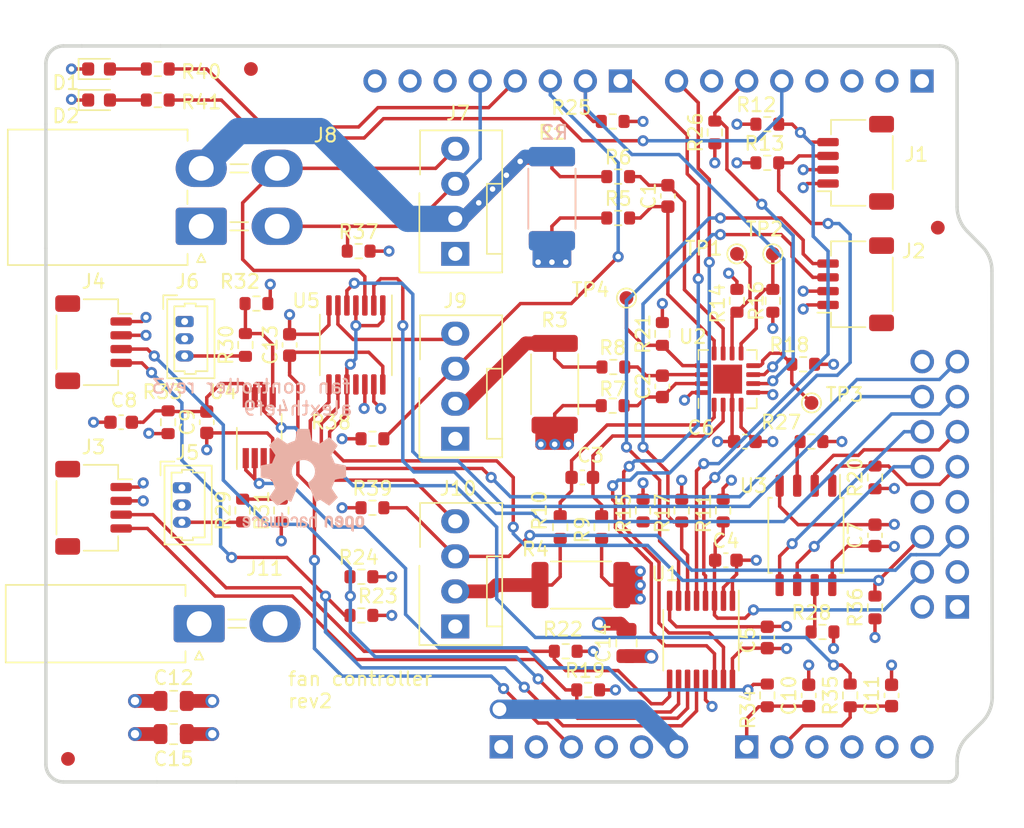
<source format=kicad_pcb>
(kicad_pcb (version 20171130) (host pcbnew 5.1.10-8.fc34)
  (title_block (title "fan controller") (date 2021-10-31) (rev 3) (company alexth4ef9) (comment 1 "Copyright alexth4ef9 2021") (comment 2 "licensed under CERN-OHL-S v2"))
  (layers (0 F.Cu signal) (1 In1.Cu power) (2 In2.Cu power) (31 B.Cu signal) (34 B.Paste user) (35 F.Paste user) (36 B.SilkS user) (37 F.SilkS user) (38 B.Mask user) (39 F.Mask user) (44 Edge.Cuts user))
  (net 0 "")
  (net 1 "Net-(C1-Pad2)")
  (net 2 "Net-(C1-Pad1)")
  (net 3 "Net-(C2-Pad2)")
  (net 4 "Net-(C2-Pad1)")
  (net 5 "Net-(C3-Pad2)")
  (net 6 "Net-(C3-Pad1)")
  (net 7 GND)
  (net 8 /D26)
  (net 9 +3V3)
  (net 10 "Net-(C8-Pad2)")
  (net 11 /A0)
  (net 12 /A1)
  (net 13 /D12)
  (net 14 /D10)
  (net 15 /PWM0)
  (net 16 /PWM1)
  (net 17 /PWM2)
  (net 18 /D27)
  (net 19 +12V)
  (net 20 "Net-(D1-Pad2)")
  (net 21 "Net-(D2-Pad2)")
  (net 22 /D37)
  (net 23 "Net-(GPIO1-Pad16)")
  (net 24 /D36)
  (net 25 /D35)
  (net 26 /D34)
  (net 27 /D33)
  (net 28 "Net-(GPIO1-Pad1)")
  (net 29 "Net-(GPIO1-Pad2)")
  (net 30 "Net-(GPIO1-Pad3)")
  (net 31 /D28)
  (net 32 "Net-(GPIO1-Pad7)")
  (net 33 "Net-(GPIO1-Pad8)")
  (net 34 /D31)
  (net 35 /D32)
  (net 36 "Net-(J1-Pad4)")
  (net 37 "Net-(J1-Pad3)")
  (net 38 "Net-(J2-Pad4)")
  (net 39 "Net-(J2-Pad3)")
  (net 40 "Net-(J3-Pad4)")
  (net 41 "Net-(J3-Pad3)")
  (net 42 "Net-(J4-Pad4)")
  (net 43 "Net-(J4-Pad3)")
  (net 44 "Net-(J5-Pad3)")
  (net 45 "Net-(J6-Pad3)")
  (net 46 /PWR1)
  (net 47 /PWR2)
  (net 48 +5V)
  (net 49 "Net-(PLATFORM1-Pad9)")
  (net 50 "Net-(PLATFORM1-Pad10)")
  (net 51 "Net-(PLATFORM1-Pad11)")
  (net 52 "Net-(PLATFORM1-Pad12)")
  (net 53 "Net-(PLATFORM1-Pad28)")
  (net 54 "Net-(PLATFORM1-Pad13)")
  (net 55 "Net-(PLATFORM1-Pad14)")
  (net 56 "Net-(PLATFORM1-Pad15)")
  (net 57 "Net-(PLATFORM1-Pad16)")
  (net 58 /D4)
  (net 59 /D5)
  (net 60 "Net-(PLATFORM1-Pad19)")
  (net 61 /D7)
  (net 62 /D8)
  (net 63 /D9)
  (net 64 /D11)
  (net 65 "Net-(PLATFORM1-Pad26)")
  (net 66 "Net-(PLATFORM1-Pad4)")
  (net 67 "Net-(PLATFORM1-Pad27)")
  (net 68 "Net-(PLATFORM1-Pad1)")
  (net 69 "Net-(R14-Pad2)")
  (net 70 "Net-(R16-Pad2)")
  (net 71 "Net-(R18-Pad2)")
  (net 72 "Net-(R21-Pad2)")
  (net 73 "Net-(R27-Pad2)")
  (net 74 "Net-(R28-Pad2)")
  (net 75 "Net-(R29-Pad1)")
  (net 76 "Net-(R30-Pad1)")
  (net 77 "Net-(R34-Pad2)")
  (net 78 "Net-(R35-Pad2)")
  (net 79 "Net-(U5-Pad11)")
  (net 80 /PWR0)
  (module Symbol:OSHW-Logo2_9.8x8mm_SilkScreen (layer B.Cu) (at 133.8 102.8 180)
    (fp_text reference REF** hide)
    (fp_text value OSHW-Logo2_9.8x8mm_SilkScreen hide)
  )
  (module fan_controller:BH16S (layer F.Cu) (at 179.89351 103.09767 90)
    (fp_text reference GPIO1 hide)
    (fp_text value DNI_TSW-108-07-T-D)
    (pad 15 thru_hole circle (at 8.89 1.27 90) (size 1.7 1.7) (drill 1.1) (layers *.Cu *.Mask) (net 22 /D37))
    (pad 16 thru_hole circle (at 8.89 -1.27 90) (size 1.7 1.7) (drill 1.1) (layers *.Cu *.Mask) (net 23 "Net-(GPIO1-Pad16)"))
    (pad 14 thru_hole circle (at 6.35 -1.27 90) (size 1.7 1.7) (drill 1.1) (layers *.Cu *.Mask) (net 24 /D36))
    (pad 13 thru_hole circle (at 6.35 1.27 90) (size 1.7 1.7) (drill 1.1) (layers *.Cu *.Mask) (net 25 /D35))
    (pad 12 thru_hole circle (at 3.81 -1.27 90) (size 1.7 1.7) (drill 1.1) (layers *.Cu *.Mask) (net 26 /D34))
    (pad 11 thru_hole circle (at 3.81 1.27 90) (size 1.7 1.7) (drill 1.1) (layers *.Cu *.Mask) (net 27 /D33))
    (pad 1 thru_hole rect (at -8.89 1.27 90) (size 1.7 1.7) (drill 1.1) (layers *.Cu *.Mask) (net 28 "Net-(GPIO1-Pad1)"))
    (pad 2 thru_hole circle (at -8.89 -1.27 90) (size 1.7 1.7) (drill 1.1) (layers *.Cu *.Mask) (net 29 "Net-(GPIO1-Pad2)"))
    (pad 3 thru_hole circle (at -6.35 1.27 90) (size 1.7 1.7) (drill 1.1) (layers *.Cu *.Mask) (net 30 "Net-(GPIO1-Pad3)"))
    (pad 4 thru_hole circle (at -6.35 -1.27 90) (size 1.7 1.7) (drill 1.1) (layers *.Cu *.Mask) (net 8 /D26))
    (pad 5 thru_hole circle (at -3.81 1.27 90) (size 1.7 1.7) (drill 1.1) (layers *.Cu *.Mask) (net 18 /D27))
    (pad 6 thru_hole circle (at -3.81 -1.27 90) (size 1.7 1.7) (drill 1.1) (layers *.Cu *.Mask) (net 31 /D28))
    (pad 7 thru_hole circle (at -1.27 1.27 90) (size 1.7 1.7) (drill 1.1) (layers *.Cu *.Mask) (net 32 "Net-(GPIO1-Pad7)"))
    (pad 8 thru_hole circle (at -1.27 -1.27 90) (size 1.7 1.7) (drill 1.1) (layers *.Cu *.Mask) (net 33 "Net-(GPIO1-Pad8)"))
    (pad 9 thru_hole circle (at 1.27 1.27 90) (size 1.7 1.7) (drill 1.1) (layers *.Cu *.Mask) (net 34 /D31))
    (pad 10 thru_hole circle (at 1.27 -1.27 90) (size 1.7 1.7) (drill 1.1) (layers *.Cu *.Mask) (net 35 /D32))
  )
  (module Capacitor_SMD:C_0805_2012Metric (layer F.Cu) (at 124.4 121.2)
    (fp_text reference C15 (at 0 1.8) (layer F.SilkS))
    (fp_text value "4.7uF 35V 0805")
    (pad 2 smd roundrect (at 0.95 0) (size 1 1.45) (layers F.Cu F.Paste F.Mask) (net 7 GND))
    (pad 1 smd roundrect (at -0.95 0) (size 1 1.45) (layers F.Cu F.Paste F.Mask) (net 19 +12V))
  )
  (module Capacitor_SMD:C_0805_2012Metric (layer F.Cu) (at 157.2 114.6 90)
    (fp_text reference C14 (at 0 -1.68 90) (layer F.SilkS))
    (fp_text value "4.7uF 35V 0805")
    (pad 2 smd roundrect (at 0.95 0 90) (size 1 1.45) (layers F.Cu F.Paste F.Mask) (net 7 GND))
    (pad 1 smd roundrect (at -0.95 0 90) (size 1 1.45) (layers F.Cu F.Paste F.Mask) (net 9 +3V3))
  )
  (module Capacitor_SMD:C_0805_2012Metric (layer F.Cu) (at 124.4 118.8)
    (fp_text reference C12 (at 0 -1.68) (layer F.SilkS))
    (fp_text value "4.7uF 35V 0805")
    (pad 2 smd roundrect (at 0.95 0) (size 1 1.45) (layers F.Cu F.Paste F.Mask) (net 7 GND))
    (pad 1 smd roundrect (at -0.95 0) (size 1 1.45) (layers F.Cu F.Paste F.Mask) (net 19 +12V))
  )
  (module Resistor_SMD:R_2512_6332Metric_Pad1.40x3.35mm_HandSolder (layer B.Cu) (at 151.8 82.4 90)
    (fp_text reference R2 (at 4.8 0.2) (layer B.SilkS) (effects (justify mirror)))
    (fp_text value DNI_WSL2512R1000DEA)
    (pad 2 smd roundrect (at 3.05 0 90) (size 1.4 3.35) (layers B.Cu B.Mask) (roundrect_rratio 0.179) (net 80 /PWR0))
    (pad 1 smd roundrect (at -3.05 0 90) (size 1.4 3.35) (layers B.Cu B.Mask) (roundrect_rratio 0.179) (net 19 +12V))
  )
  (module Package_SO:TSSOP-14_4.4x5mm_P0.65mm (layer F.Cu) (at 137.6 93 270)
    (fp_text reference U5 (at -3.2 3.6 180) (layer F.SilkS))
    (fp_text value SN74AHCT125PW)
    (pad 14 smd roundrect (at 2.8625 -1.95 270) (size 1.475 0.4) (layers F.Cu F.Paste F.Mask) (net 48 +5V))
    (pad 13 smd roundrect (at 2.8625 -1.3 270) (size 1.475 0.4) (layers F.Cu F.Paste F.Mask) (net 9 +3V3))
    (pad 12 smd roundrect (at 2.8625 -0.65 270) (size 1.475 0.4) (layers F.Cu F.Paste F.Mask) (net 7 GND))
    (pad 11 smd roundrect (at 2.8625 0 270) (size 1.475 0.4) (layers F.Cu F.Paste F.Mask) (net 79 "Net-(U5-Pad11)"))
    (pad 10 smd roundrect (at 2.8625 0.65 270) (size 1.475 0.4) (layers F.Cu F.Paste F.Mask) (net 31 /D28))
    (pad 9 smd roundrect (at 2.8625 1.3 270) (size 1.475 0.4) (layers F.Cu F.Paste F.Mask) (net 22 /D37))
    (pad 8 smd roundrect (at 2.8625 1.95 270) (size 1.475 0.4) (layers F.Cu F.Paste F.Mask) (net 17 /PWM2))
    (pad 7 smd roundrect (at -2.8625 1.95 270) (size 1.475 0.4) (layers F.Cu F.Paste F.Mask) (net 7 GND))
    (pad 6 smd roundrect (at -2.8625 1.3 270) (size 1.475 0.4) (layers F.Cu F.Paste F.Mask) (net 16 /PWM1))
    (pad 5 smd roundrect (at -2.8625 0.65 270) (size 1.475 0.4) (layers F.Cu F.Paste F.Mask) (net 24 /D36))
    (pad 4 smd roundrect (at -2.8625 0 270) (size 1.475 0.4) (layers F.Cu F.Paste F.Mask) (net 31 /D28))
    (pad 3 smd roundrect (at -2.8625 -0.65 270) (size 1.475 0.4) (layers F.Cu F.Paste F.Mask) (net 15 /PWM0))
    (pad 2 smd roundrect (at -2.8625 -1.3 270) (size 1.475 0.4) (layers F.Cu F.Paste F.Mask) (net 25 /D35))
    (pad 1 smd roundrect (at -2.8625 -1.95 270) (size 1.475 0.4) (layers F.Cu F.Paste F.Mask) (net 31 /D28))
  )
  (module Package_SO:VSSOP-8_3.0x3.0mm_P0.65mm (layer F.Cu) (at 130.6 99 90)
    (fp_text reference U4 (at 2.6 -2.6 180) (layer F.SilkS))
    (fp_text value OPA2313QDGKRQ1)
    (pad 8 smd rect (at 2.2 -0.975) (size 0.45 1.45) (layers F.Cu F.Paste F.Mask) (net 10 "Net-(C8-Pad2)"))
    (pad 7 smd rect (at 2.2 -0.325) (size 0.45 1.45) (layers F.Cu F.Paste F.Mask) (net 78 "Net-(R35-Pad2)"))
    (pad 6 smd rect (at 2.2 0.325) (size 0.45 1.45) (layers F.Cu F.Paste F.Mask) (net 78 "Net-(R35-Pad2)"))
    (pad 5 smd rect (at 2.2 0.975) (size 0.45 1.45) (layers F.Cu F.Paste F.Mask) (net 76 "Net-(R30-Pad1)"))
    (pad 4 smd rect (at -2.2 0.975) (size 0.45 1.45) (layers F.Cu F.Paste F.Mask) (net 7 GND))
    (pad 3 smd rect (at -2.2 0.325) (size 0.45 1.45) (layers F.Cu F.Paste F.Mask) (net 75 "Net-(R29-Pad1)"))
    (pad 2 smd rect (at -2.2 -0.325) (size 0.45 1.45) (layers F.Cu F.Paste F.Mask) (net 77 "Net-(R34-Pad2)"))
    (pad 1 smd rect (at -2.2 -0.975) (size 0.45 1.45) (layers F.Cu F.Paste F.Mask) (net 77 "Net-(R34-Pad2)"))
  )
  (module Package_SO:TSSOP-16_4.4x5mm_P0.65mm (layer F.Cu) (at 162.6 114.4 270)
    (fp_text reference U1 (at -4.8 2.6 180) (layer F.SilkS))
    (fp_text value PCA9546APW)
    (pad 16 smd roundrect (at 2.8625 -2.275 270) (size 1.475 0.4) (layers F.Cu F.Paste F.Mask) (net 9 +3V3))
    (pad 15 smd roundrect (at 2.8625 -1.625 270) (size 1.475 0.4) (layers F.Cu F.Paste F.Mask) (net 62 /D8))
    (pad 14 smd roundrect (at 2.8625 -0.975 270) (size 1.475 0.4) (layers F.Cu F.Paste F.Mask) (net 61 /D7))
    (pad 13 smd roundrect (at 2.8625 -0.325 270) (size 1.475 0.4) (layers F.Cu F.Paste F.Mask) (net 7 GND))
    (pad 12 smd roundrect (at 2.8625 0.325 270) (size 1.475 0.4) (layers F.Cu F.Paste F.Mask) (net 42 "Net-(J4-Pad4)"))
    (pad 11 smd roundrect (at 2.8625 0.975 270) (size 1.475 0.4) (layers F.Cu F.Paste F.Mask) (net 43 "Net-(J4-Pad3)"))
    (pad 10 smd roundrect (at 2.8625 1.625 270) (size 1.475 0.4) (layers F.Cu F.Paste F.Mask) (net 40 "Net-(J3-Pad4)"))
    (pad 9 smd roundrect (at 2.8625 2.275 270) (size 1.475 0.4) (layers F.Cu F.Paste F.Mask) (net 41 "Net-(J3-Pad3)"))
    (pad 8 smd roundrect (at -2.8625 2.275 270) (size 1.475 0.4) (layers F.Cu F.Paste F.Mask) (net 7 GND))
    (pad 7 smd roundrect (at -2.8625 1.625 270) (size 1.475 0.4) (layers F.Cu F.Paste F.Mask) (net 38 "Net-(J2-Pad4)"))
    (pad 6 smd roundrect (at -2.8625 0.975 270) (size 1.475 0.4) (layers F.Cu F.Paste F.Mask) (net 39 "Net-(J2-Pad3)"))
    (pad 5 smd roundrect (at -2.8625 0.325 270) (size 1.475 0.4) (layers F.Cu F.Paste F.Mask) (net 36 "Net-(J1-Pad4)"))
    (pad 4 smd roundrect (at -2.8625 -0.325 270) (size 1.475 0.4) (layers F.Cu F.Paste F.Mask) (net 37 "Net-(J1-Pad3)"))
    (pad 3 smd roundrect (at -2.8625 -0.975 270) (size 1.475 0.4) (layers F.Cu F.Paste F.Mask) (net 8 /D26))
    (pad 2 smd roundrect (at -2.8625 -1.625 270) (size 1.475 0.4) (layers F.Cu F.Paste F.Mask) (net 7 GND))
    (pad 1 smd roundrect (at -2.8625 -2.275 270) (size 1.475 0.4) (layers F.Cu F.Paste F.Mask) (net 7 GND))
  )
  (module Connector_Molex:Molex_PicoBlade_53047-0310_1x03_P1.25mm_Vertical (layer F.Cu) (at 125.2 91.3 270)
    (fp_text reference J6 (at -2.9 -0.2 180) (layer F.SilkS))
    (fp_text value DNI_53047-0310)
    (pad 3 thru_hole oval (at 2.5 0 270) (size 0.8 1.3) (drill 0.5) (layers *.Cu *.Mask) (net 45 "Net-(J6-Pad3)"))
    (pad 2 thru_hole oval (at 1.25 0 270) (size 0.8 1.3) (drill 0.5) (layers *.Cu *.Mask) (net 19 +12V))
    (pad 1 thru_hole roundrect (at 0 0 270) (size 0.8 1.3) (drill 0.5) (layers *.Cu *.Mask) (net 7 GND))
  )
  (module Connector_Molex:Molex_PicoBlade_53047-0310_1x03_P1.25mm_Vertical (layer F.Cu) (at 125 103.35 270)
    (fp_text reference J5 (at -2.55 -0.4 180) (layer F.SilkS))
    (fp_text value DNI_53047-0310)
    (pad 3 thru_hole oval (at 2.5 0 270) (size 0.8 1.3) (drill 0.5) (layers *.Cu *.Mask) (net 44 "Net-(J5-Pad3)"))
    (pad 2 thru_hole oval (at 1.25 0 270) (size 0.8 1.3) (drill 0.5) (layers *.Cu *.Mask) (net 19 +12V))
    (pad 1 thru_hole roundrect (at 0 0 270) (size 0.8 1.3) (drill 0.5) (layers *.Cu *.Mask) (net 7 GND))
  )
  (module fan_controller:ARDUINO-STM32-PLATFORM (layer F.Cu) (at 155.75 98)
    (fp_text reference PLATFORM1)
    (fp_text value DNI_2xTSW-106-07-T-S+2xTSW-108-07-T-S)
    (fp_line (start -40.60127 -12) (end -40.60127 -21) (layer Edge.Cuts) (width 0.254))
    (fp_line (start -26.8 26.67) (end -32.55 26.67) (layer Edge.Cuts) (width 0.254))
    (fp_line (start -38 -26.67) (end -32.3 -26.67) (layer Edge.Cuts) (width 0.254))
    (fp_line (start 25.39873 -25.4) (end 25.397363 -15.00632) (layer Edge.Cuts) (width 0.254))
    (fp_line (start 26.14041 -13.22578) (end 27.195505 -12.15898) (layer Edge.Cuts) (width 0.254))
    (fp_line (start 27.919525 -10.360662) (end 27.93873 20.53844) (layer Edge.Cuts) (width 0.254))
    (fp_line (start 27.19451 22.33422) (end 26.14041 23.38832) (layer Edge.Cuts) (width 0.254))
    (fp_line (start 25.39873 25.1841) (end 25.39873 26.035) (layer Edge.Cuts) (width 0.254))
    (fp_line (start 24.76373 26.67) (end -26.8 26.67) (layer Edge.Cuts) (width 0.254))
    (fp_line (start -40.60127 25.4) (end -40.60127 -12) (layer Edge.Cuts) (width 0.254))
    (fp_line (start -32.3 -26.67) (end 24.12873 -26.67) (layer Edge.Cuts) (width 0.254))
    (fp_line (start -39.33127 -26.67) (end -38 -26.67) (layer Edge.Cuts) (width 0.254))
    (fp_line (start -40.60127 -21) (end -40.60127 -25.4) (layer Edge.Cuts) (width 0.254))
    (fp_line (start -32.55 26.67) (end -39.33127 26.67) (layer Edge.Cuts) (width 0.254))
    (fp_arc (start -39.33127 -25.4) (end -40.60127 -25.4) (angle 90) (layer Edge.Cuts) (width 0.254))
    (fp_arc (start -39.33127 25.4) (end -39.33127 26.67) (angle 90) (layer Edge.Cuts) (width 0.254))
    (fp_arc (start 24.76373 26.035) (end 25.39873 26.035) (angle 90) (layer Edge.Cuts) (width 0.254))
    (fp_arc (start 27.93873 25.1841) (end 25.39873 25.1841) (angle 44.93919799) (layer Edge.Cuts) (width 0.254))
    (fp_arc (start 25.39873 20.53844) (end 27.93873 20.53844) (angle 45) (layer Edge.Cuts) (width 0.254))
    (fp_arc (start 25.395202 -10.389253) (end 27.195505 -12.15898) (angle 45.15821617) (layer Edge.Cuts) (width 0.254))
    (fp_arc (start 27.93873 -15.02156) (end 26.14041 -13.22578) (angle 44.61592887) (layer Edge.Cuts) (width 0.254))
    (fp_arc (start 24.12873 -25.4) (end 24.12873 -26.67) (angle 90) (layer Edge.Cuts) (width 0.254))
    (pad 2 thru_hole circle (at -5.08127 24.13) (size 1.6764 1.6764) (drill 1.016) (layers *.Cu *.Mask) (net 9 +3V3))
    (pad 3 thru_hole circle (at -2.54127 24.13) (size 1.6764 1.6764) (drill 1.016) (layers *.Cu *.Mask) (net 48 +5V))
    (pad 7 thru_hole rect (at 10.15873 24.13) (size 1.6764 1.6764) (drill 1.016) (layers *.Cu *.Mask) (net 11 /A0))
    (pad 8 thru_hole circle (at 12.69873 24.13) (size 1.6764 1.6764) (drill 1.016) (layers *.Cu *.Mask) (net 12 /A1))
    (pad 9 thru_hole circle (at 15.23873 24.13) (size 1.6764 1.6764) (drill 1.016) (layers *.Cu *.Mask) (net 49 "Net-(PLATFORM1-Pad9)"))
    (pad 10 thru_hole circle (at 17.77873 24.13) (size 1.6764 1.6764) (drill 1.016) (layers *.Cu *.Mask) (net 50 "Net-(PLATFORM1-Pad10)"))
    (pad 11 thru_hole circle (at 20.31873 24.13) (size 1.6764 1.6764) (drill 1.016) (layers *.Cu *.Mask) (net 51 "Net-(PLATFORM1-Pad11)"))
    (pad 12 thru_hole circle (at 22.85873 24.13) (size 1.6764 1.6764) (drill 1.016) (layers *.Cu *.Mask) (net 52 "Net-(PLATFORM1-Pad12)"))
    (pad 28 thru_hole circle (at -16.76527 -24.13) (size 1.6764 1.6764) (drill 1.016) (layers *.Cu *.Mask) (net 53 "Net-(PLATFORM1-Pad28)"))
    (pad 13 thru_hole rect (at 22.85873 -24.13) (size 1.6764 1.6764) (drill 1.016) (layers *.Cu *.Mask) (net 54 "Net-(PLATFORM1-Pad13)"))
    (pad 14 thru_hole circle (at 20.31873 -24.13) (size 1.6764 1.6764) (drill 1.016) (layers *.Cu *.Mask) (net 55 "Net-(PLATFORM1-Pad14)"))
    (pad 15 thru_hole circle (at 17.77873 -24.13) (size 1.6764 1.6764) (drill 1.016) (layers *.Cu *.Mask) (net 56 "Net-(PLATFORM1-Pad15)"))
    (pad 16 thru_hole circle (at 15.23873 -24.13) (size 1.6764 1.6764) (drill 1.016) (layers *.Cu *.Mask) (net 57 "Net-(PLATFORM1-Pad16)"))
    (pad 17 thru_hole circle (at 12.69873 -24.13) (size 1.6764 1.6764) (drill 1.016) (layers *.Cu *.Mask) (net 58 /D4))
    (pad 18 thru_hole circle (at 10.15873 -24.13) (size 1.6764 1.6764) (drill 1.016) (layers *.Cu *.Mask) (net 59 /D5))
    (pad 19 thru_hole circle (at 7.61873 -24.13) (size 1.6764 1.6764) (drill 1.016) (layers *.Cu *.Mask) (net 60 "Net-(PLATFORM1-Pad19)"))
    (pad 20 thru_hole circle (at 5.07873 -24.13) (size 1.6764 1.6764) (drill 1.016) (layers *.Cu *.Mask) (net 61 /D7))
    (pad 21 thru_hole rect (at 1.01219 -24.13) (size 1.6764 1.6764) (drill 1.016) (layers *.Cu *.Mask) (net 62 /D8))
    (pad 22 thru_hole circle (at -1.52527 -24.13) (size 1.6764 1.6764) (drill 1.016) (layers *.Cu *.Mask) (net 63 /D9))
    (pad 23 thru_hole circle (at -4.06527 -24.13) (size 1.6764 1.6764) (drill 1.016) (layers *.Cu *.Mask) (net 14 /D10))
    (pad 24 thru_hole circle (at -6.60527 -24.13) (size 1.6764 1.6764) (drill 1.016) (layers *.Cu *.Mask) (net 64 /D11))
    (pad 25 thru_hole circle (at -9.14527 -24.13) (size 1.6764 1.6764) (drill 1.016) (layers *.Cu *.Mask) (net 13 /D12))
    (pad 26 thru_hole circle (at -11.68527 -24.13) (size 1.6764 1.6764) (drill 1.016) (layers *.Cu *.Mask) (net 65 "Net-(PLATFORM1-Pad26)"))
    (pad 4 thru_hole circle (at -0.00127 24.13) (size 1.6764 1.6764) (drill 1.016) (layers *.Cu *.Mask) (net 66 "Net-(PLATFORM1-Pad4)"))
    (pad 5 thru_hole circle (at 2.53873 24.13) (size 1.6764 1.6764) (drill 1.016) (layers *.Cu *.Mask) (net 7 GND))
    (pad 27 thru_hole circle (at -14.22527 -24.13) (size 1.6764 1.6764) (drill 1.016) (layers *.Cu *.Mask) (net 67 "Net-(PLATFORM1-Pad27)"))
    (pad 1 thru_hole rect (at -7.62127 24.13) (size 1.6764 1.6764) (drill 1.016) (layers *.Cu *.Mask) (net 68 "Net-(PLATFORM1-Pad1)"))
    (pad 6 thru_hole circle (at 5.07873 24.13) (size 1.6764 1.6764) (drill 1.016) (layers *.Cu *.Mask) (net 19 +12V))
    (pad "" np_thru_hole circle (at 25.39873 19.05) (size 3.3 3.3) (drill 3.3) (layers *.Cu *.Mask) (clearance 1))
    (pad "" np_thru_hole circle (at 25.39873 -8.89) (size 3.3 3.3) (drill 3.3) (layers *.Cu *.Mask) (clearance 1.5))
    (pad "" np_thru_hole circle (at -21.6 24.13) (size 3.3 3.3) (drill 3.3) (layers *.Cu *.Mask) (clearance 1.5))
    (pad "" np_thru_hole circle (at -21.6 -24.13) (size 3.3 3.3) (drill 3.3) (layers *.Cu *.Mask) (clearance 1))
  )
  (module Package_SO:SOIC-8_5.23x5.23mm_P1.27mm (layer F.Cu) (at 170.2 106.8 270)
    (fp_text reference U3 (at -3.6 3.8 180) (layer F.SilkS))
    (fp_text value W25Q64JVSSIM)
    (pad 8 smd roundrect (at 3.6 -1.905 270) (size 1.6 0.6) (layers F.Cu F.Paste F.Mask) (net 9 +3V3))
    (pad 7 smd roundrect (at 3.6 -0.635 270) (size 1.6 0.6) (layers F.Cu F.Paste F.Mask) (net 74 "Net-(R28-Pad2)"))
    (pad 6 smd roundrect (at 3.6 0.635 270) (size 1.6 0.6) (layers F.Cu F.Paste F.Mask) (net 35 /D32))
    (pad 5 smd roundrect (at 3.6 1.905 270) (size 1.6 0.6) (layers F.Cu F.Paste F.Mask) (net 26 /D34))
    (pad 4 smd roundrect (at -3.6 1.905 270) (size 1.6 0.6) (layers F.Cu F.Paste F.Mask) (net 7 GND))
    (pad 3 smd roundrect (at -3.6 0.635 270) (size 1.6 0.6) (layers F.Cu F.Paste F.Mask) (net 73 "Net-(R27-Pad2)"))
    (pad 2 smd roundrect (at -3.6 -0.635 270) (size 1.6 0.6) (layers F.Cu F.Paste F.Mask) (net 27 /D33))
    (pad 1 smd roundrect (at -3.6 -1.905 270) (size 1.6 0.6) (layers F.Cu F.Paste F.Mask) (net 34 /D31))
  )
  (module Package_DFN_QFN:Texas_RGV_S-PVQFN-N16_EP2.1x2.1mm (layer F.Cu) (at 164.525 95.475 90)
    (fp_text reference U2 (at 3.075 -2.525 180) (layer F.SilkS))
    (fp_text value INA3221)
    (pad 17 smd rect (at 0 0 90) (size 2.1 2.1) (layers F.Cu F.Mask) (net 7 GND))
    (pad 16 smd roundrect (at -0.975 -1.8625 90) (size 0.35 1.025) (layers F.Cu F.Paste F.Mask) (net 9 +3V3))
    (pad 15 smd roundrect (at -0.325 -1.8625 90) (size 0.35 1.025) (layers F.Cu F.Paste F.Mask) (net 4 "Net-(C2-Pad1)"))
    (pad 14 smd roundrect (at 0.325 -1.8625 90) (size 0.35 1.025) (layers F.Cu F.Paste F.Mask) (net 3 "Net-(C2-Pad2)"))
    (pad 13 smd roundrect (at 0.975 -1.8625 90) (size 0.35 1.025) (layers F.Cu F.Paste F.Mask) (net 72 "Net-(R21-Pad2)"))
    (pad 12 smd roundrect (at 1.8625 -0.975 90) (size 1.025 0.35) (layers F.Cu F.Paste F.Mask) (net 2 "Net-(C1-Pad1)"))
    (pad 11 smd roundrect (at 1.8625 -0.325 90) (size 1.025 0.35) (layers F.Cu F.Paste F.Mask) (net 1 "Net-(C1-Pad2)"))
    (pad 10 smd roundrect (at 1.8625 0.325 90) (size 1.025 0.35) (layers F.Cu F.Paste F.Mask) (net 69 "Net-(R14-Pad2)"))
    (pad 9 smd roundrect (at 1.8625 0.975 90) (size 1.025 0.35) (layers F.Cu F.Paste F.Mask) (net 70 "Net-(R16-Pad2)"))
    (pad 8 smd roundrect (at 0.975 1.8625 90) (size 0.35 1.025) (layers F.Cu F.Paste F.Mask) (net 71 "Net-(R18-Pad2)"))
    (pad 7 smd roundrect (at 0.325 1.8625 90) (size 0.35 1.025) (layers F.Cu F.Paste F.Mask) (net 63 /D9))
    (pad 6 smd roundrect (at -0.325 1.8625 90) (size 0.35 1.025) (layers F.Cu F.Paste F.Mask) (net 59 /D5))
    (pad 5 smd roundrect (at -0.975 1.8625 90) (size 0.35 1.025) (layers F.Cu F.Paste F.Mask) (net 7 GND))
    (pad 4 smd roundrect (at -1.8625 0.975 90) (size 1.025 0.35) (layers F.Cu F.Paste F.Mask) (net 9 +3V3))
    (pad 3 smd roundrect (at -1.8625 0.325 90) (size 1.025 0.35) (layers F.Cu F.Paste F.Mask) (net 7 GND))
    (pad 2 smd roundrect (at -1.8625 -0.325 90) (size 1.025 0.35) (layers F.Cu F.Paste F.Mask) (net 6 "Net-(C3-Pad1)"))
    (pad 1 smd roundrect (at -1.8625 -0.975 90) (size 1.025 0.35) (layers F.Cu F.Paste F.Mask) (net 5 "Net-(C3-Pad2)"))
  )
  (module TestPoint:TestPoint_Pad_D1.0mm (layer F.Cu) (at 157.2 89.6 90)
    (fp_text reference TP4 (at 0.6 -2.6 180) (layer F.SilkS))
    (fp_text value TestPoint)
    (pad 1 smd circle (at 0 0 90) (size 1 1) (layers F.Cu F.Mask) (net 72 "Net-(R21-Pad2)"))
  )
  (module TestPoint:TestPoint_Pad_D1.0mm (layer F.Cu) (at 170.6 97.2 90)
    (fp_text reference TP3 (at 0.6 2.4 180) (layer F.SilkS))
    (fp_text value TestPoint)
    (pad 1 smd circle (at 0 0 90) (size 1 1) (layers F.Cu F.Mask) (net 71 "Net-(R18-Pad2)"))
  )
  (module TestPoint:TestPoint_Pad_D1.0mm (layer F.Cu) (at 167.8 86.4 90)
    (fp_text reference TP2 (at 1.8 -0.6 180) (layer F.SilkS))
    (fp_text value TestPoint)
    (pad 1 smd circle (at 0 0 90) (size 1 1) (layers F.Cu F.Mask) (net 70 "Net-(R16-Pad2)"))
  )
  (module TestPoint:TestPoint_Pad_D1.0mm (layer F.Cu) (at 165.2 86.4 90)
    (fp_text reference TP1 (at 0.4 -2.4 180) (layer F.SilkS))
    (fp_text value TestPoint)
    (pad 1 smd circle (at 0 0 90) (size 1 1) (layers F.Cu F.Mask) (net 69 "Net-(R14-Pad2)"))
  )
  (module Resistor_SMD:R_0603_1608Metric (layer F.Cu) (at 123.25 75.25 180)
    (fp_text reference R41 (at -3.15 -0.15) (layer F.SilkS))
    (fp_text value 1k5)
    (pad 2 smd roundrect (at 0.825 0 180) (size 0.8 0.95) (layers F.Cu F.Paste F.Mask) (net 21 "Net-(D2-Pad2)"))
    (pad 1 smd roundrect (at -0.825 0 180) (size 0.8 0.95) (layers F.Cu F.Paste F.Mask) (net 58 /D4))
  )
  (module Resistor_SMD:R_0603_1608Metric (layer F.Cu) (at 123.25 73 180)
    (fp_text reference R40 (at -3.15 -0.2) (layer F.SilkS))
    (fp_text value 1k4)
    (pad 2 smd roundrect (at 0.825 0 180) (size 0.8 0.95) (layers F.Cu F.Paste F.Mask) (net 20 "Net-(D1-Pad2)"))
    (pad 1 smd roundrect (at -0.825 0 180) (size 0.8 0.95) (layers F.Cu F.Paste F.Mask) (net 64 /D11))
  )
  (module Resistor_SMD:R_0603_1608Metric (layer F.Cu) (at 138.8 104.8)
    (fp_text reference R39 (at 0 -1.4) (layer F.SilkS))
    (fp_text value 2k2)
    (pad 2 smd roundrect (at 0.825 0) (size 0.8 0.95) (layers F.Cu F.Paste F.Mask) (net 18 /D27))
    (pad 1 smd roundrect (at -0.825 0) (size 0.8 0.95) (layers F.Cu F.Paste F.Mask) (net 9 +3V3))
  )
  (module Resistor_SMD:R_0603_1608Metric (layer F.Cu) (at 138.8 99.8)
    (fp_text reference R38 (at -3 -1.2) (layer F.SilkS))
    (fp_text value 2k2)
    (pad 2 smd roundrect (at 0.825 0) (size 0.8 0.95) (layers F.Cu F.Paste F.Mask) (net 14 /D10))
    (pad 1 smd roundrect (at -0.825 0) (size 0.8 0.95) (layers F.Cu F.Paste F.Mask) (net 9 +3V3))
  )
  (module Resistor_SMD:R_0603_1608Metric (layer F.Cu) (at 137.8 86.2 180)
    (fp_text reference R37 (at 0 1.4) (layer F.SilkS))
    (fp_text value 2k2)
    (pad 2 smd roundrect (at 0.825 0 180) (size 0.8 0.95) (layers F.Cu F.Paste F.Mask) (net 13 /D12))
    (pad 1 smd roundrect (at -0.825 0 180) (size 0.8 0.95) (layers F.Cu F.Paste F.Mask) (net 9 +3V3))
  )
  (module Resistor_SMD:R_0603_1608Metric (layer F.Cu) (at 175.2 112.025 90)
    (fp_text reference R36 (at 0 -1.43 90) (layer F.SilkS))
    (fp_text value 10k)
    (pad 2 smd roundrect (at 0.825 0 90) (size 0.8 0.95) (layers F.Cu F.Paste F.Mask) (net 31 /D28))
    (pad 1 smd roundrect (at -0.825 0 90) (size 0.8 0.95) (layers F.Cu F.Paste F.Mask) (net 9 +3V3))
  )
  (module Resistor_SMD:R_0603_1608Metric (layer F.Cu) (at 173.4 118.4 90)
    (fp_text reference R35 (at 0 -1.43 90) (layer F.SilkS))
    (fp_text value 10)
    (pad 2 smd roundrect (at 0.825 0 90) (size 0.8 0.95) (layers F.Cu F.Paste F.Mask) (net 78 "Net-(R35-Pad2)"))
    (pad 1 smd roundrect (at -0.825 0 90) (size 0.8 0.95) (layers F.Cu F.Paste F.Mask) (net 12 /A1))
  )
  (module Resistor_SMD:R_0603_1608Metric (layer F.Cu) (at 167.4 118.4 90)
    (fp_text reference R34 (at -1 -1.4 90) (layer F.SilkS))
    (fp_text value 10)
    (pad 2 smd roundrect (at 0.825 0 90) (size 0.8 0.95) (layers F.Cu F.Paste F.Mask) (net 77 "Net-(R34-Pad2)"))
    (pad 1 smd roundrect (at -0.825 0 90) (size 0.8 0.95) (layers F.Cu F.Paste F.Mask) (net 11 /A0))
  )
  (module Resistor_SMD:R_0603_1608Metric (layer F.Cu) (at 124 98.6 270)
    (fp_text reference R33 (at -2.2 0.4 180) (layer F.SilkS))
    (fp_text value 22)
    (pad 2 smd roundrect (at 0.825 0 270) (size 0.8 0.95) (layers F.Cu F.Paste F.Mask) (net 9 +3V3))
    (pad 1 smd roundrect (at -0.825 0 270) (size 0.8 0.95) (layers F.Cu F.Paste F.Mask) (net 10 "Net-(C8-Pad2)"))
  )
  (module Resistor_SMD:R_0603_1608Metric (layer F.Cu) (at 130.4 90)
    (fp_text reference R32 (at -1.2 -1.6) (layer F.SilkS))
    (fp_text value "10k 1%")
    (pad 2 smd roundrect (at 0.825 0) (size 0.8 0.95) (layers F.Cu F.Paste F.Mask) (net 7 GND))
    (pad 1 smd roundrect (at -0.825 0) (size 0.8 0.95) (layers F.Cu F.Paste F.Mask) (net 76 "Net-(R30-Pad1)"))
  )
  (module Resistor_SMD:R_0603_1608Metric (layer F.Cu) (at 132.2 105 270)
    (fp_text reference R31 (at 0 1.4 90) (layer F.SilkS))
    (fp_text value "10k 1%")
    (pad 2 smd roundrect (at 0.825 0 270) (size 0.8 0.95) (layers F.Cu F.Paste F.Mask) (net 7 GND))
    (pad 1 smd roundrect (at -0.825 0 270) (size 0.8 0.95) (layers F.Cu F.Paste F.Mask) (net 75 "Net-(R29-Pad1)"))
  )
  (module Resistor_SMD:R_0603_1608Metric (layer F.Cu) (at 129.6 93 270)
    (fp_text reference R30 (at 0 1.4 90) (layer F.SilkS))
    (fp_text value "10k 1%")
    (pad 2 smd roundrect (at 0.825 0 270) (size 0.8 0.95) (layers F.Cu F.Paste F.Mask) (net 45 "Net-(J6-Pad3)"))
    (pad 1 smd roundrect (at -0.825 0 270) (size 0.8 0.95) (layers F.Cu F.Paste F.Mask) (net 76 "Net-(R30-Pad1)"))
  )
  (module Resistor_SMD:R_0603_1608Metric (layer F.Cu) (at 129.4 105 270)
    (fp_text reference R29 (at 0 1.4 90) (layer F.SilkS))
    (fp_text value "10k 1%")
    (pad 2 smd roundrect (at 0.825 0 270) (size 0.8 0.95) (layers F.Cu F.Paste F.Mask) (net 44 "Net-(J5-Pad3)"))
    (pad 1 smd roundrect (at -0.825 0 270) (size 0.8 0.95) (layers F.Cu F.Paste F.Mask) (net 75 "Net-(R29-Pad1)"))
  )
  (module Resistor_SMD:R_0603_1608Metric (layer F.Cu) (at 171.4 113.8 180)
    (fp_text reference R28 (at 0.8 1.4) (layer F.SilkS))
    (fp_text value 10k)
    (pad 2 smd roundrect (at 0.825 0 180) (size 0.8 0.95) (layers F.Cu F.Paste F.Mask) (net 74 "Net-(R28-Pad2)"))
    (pad 1 smd roundrect (at -0.825 0 180) (size 0.8 0.95) (layers F.Cu F.Paste F.Mask) (net 9 +3V3))
  )
  (module Resistor_SMD:R_0603_1608Metric (layer F.Cu) (at 170.6 100 180)
    (fp_text reference R27 (at 2.2 1.4) (layer F.SilkS))
    (fp_text value 10k)
    (pad 2 smd roundrect (at 0.825 0 180) (size 0.8 0.95) (layers F.Cu F.Paste F.Mask) (net 73 "Net-(R27-Pad2)"))
    (pad 1 smd roundrect (at -0.825 0 180) (size 0.8 0.95) (layers F.Cu F.Paste F.Mask) (net 9 +3V3))
  )
  (module Resistor_SMD:R_0603_1608Metric (layer F.Cu) (at 163.6 77.6 270)
    (fp_text reference R26 (at 0 1.4 90) (layer F.SilkS))
    (fp_text value 2k2)
    (pad 2 smd roundrect (at 0.825 0 270) (size 0.8 0.95) (layers F.Cu F.Paste F.Mask) (net 9 +3V3))
    (pad 1 smd roundrect (at -0.825 0 270) (size 0.8 0.95) (layers F.Cu F.Paste F.Mask) (net 59 /D5))
  )
  (module Resistor_SMD:R_0603_1608Metric (layer F.Cu) (at 156.2 76.8)
    (fp_text reference R25 (at -3 -1) (layer F.SilkS))
    (fp_text value 2k2)
    (pad 2 smd roundrect (at 0.825 0) (size 0.8 0.95) (layers F.Cu F.Paste F.Mask) (net 9 +3V3))
    (pad 1 smd roundrect (at -0.825 0) (size 0.8 0.95) (layers F.Cu F.Paste F.Mask) (net 63 /D9))
  )
  (module Resistor_SMD:R_0603_1608Metric (layer F.Cu) (at 138 109.8 180)
    (fp_text reference R24 (at 0.2 1.4) (layer F.SilkS))
    (fp_text value 4k7)
    (pad 2 smd roundrect (at 0.825 0 180) (size 0.8 0.95) (layers F.Cu F.Paste F.Mask) (net 43 "Net-(J4-Pad3)"))
    (pad 1 smd roundrect (at -0.825 0 180) (size 0.8 0.95) (layers F.Cu F.Paste F.Mask) (net 9 +3V3))
  )
  (module Resistor_SMD:R_0603_1608Metric (layer F.Cu) (at 138 112.6 180)
    (fp_text reference R23 (at -1.2 1.4) (layer F.SilkS))
    (fp_text value 4k7)
    (pad 2 smd roundrect (at 0.825 0 180) (size 0.8 0.95) (layers F.Cu F.Paste F.Mask) (net 42 "Net-(J4-Pad4)"))
    (pad 1 smd roundrect (at -0.825 0 180) (size 0.8 0.95) (layers F.Cu F.Paste F.Mask) (net 9 +3V3))
  )
  (module Resistor_SMD:R_0603_1608Metric (layer F.Cu) (at 152.8 115.2 180)
    (fp_text reference R22 (at 0.2 1.6) (layer F.SilkS))
    (fp_text value 4k7)
    (pad 2 smd roundrect (at 0.825 0 180) (size 0.8 0.95) (layers F.Cu F.Paste F.Mask) (net 41 "Net-(J3-Pad3)"))
    (pad 1 smd roundrect (at -0.825 0 180) (size 0.8 0.95) (layers F.Cu F.Paste F.Mask) (net 9 +3V3))
  )
  (module Resistor_SMD:R_0603_1608Metric (layer F.Cu) (at 159.8 92.2 270)
    (fp_text reference R21 (at 0 1.4 90) (layer F.SilkS))
    (fp_text value 10k)
    (pad 2 smd roundrect (at 0.825 0 270) (size 0.8 0.95) (layers F.Cu F.Paste F.Mask) (net 72 "Net-(R21-Pad2)"))
    (pad 1 smd roundrect (at -0.825 0 270) (size 0.8 0.95) (layers F.Cu F.Paste F.Mask) (net 9 +3V3))
  )
  (module Resistor_SMD:R_0603_1608Metric (layer F.Cu) (at 175.2 102.6 90)
    (fp_text reference R20 (at 0 -1.43 90) (layer F.SilkS))
    (fp_text value 10k)
    (pad 2 smd roundrect (at 0.825 0 90) (size 0.8 0.95) (layers F.Cu F.Paste F.Mask) (net 34 /D31))
    (pad 1 smd roundrect (at -0.825 0 90) (size 0.8 0.95) (layers F.Cu F.Paste F.Mask) (net 9 +3V3))
  )
  (module Resistor_SMD:R_0603_1608Metric (layer F.Cu) (at 154.425 118 180)
    (fp_text reference R19 (at 0.225 1.4) (layer F.SilkS))
    (fp_text value 4k7)
    (pad 2 smd roundrect (at 0.825 0 180) (size 0.8 0.95) (layers F.Cu F.Paste F.Mask) (net 40 "Net-(J3-Pad4)"))
    (pad 1 smd roundrect (at -0.825 0 180) (size 0.8 0.95) (layers F.Cu F.Paste F.Mask) (net 9 +3V3))
  )
  (module Resistor_SMD:R_0603_1608Metric (layer F.Cu) (at 170 94.4 180)
    (fp_text reference R18 (at 1 1.4) (layer F.SilkS))
    (fp_text value 10k)
    (pad 2 smd roundrect (at 0.825 0 180) (size 0.8 0.95) (layers F.Cu F.Paste F.Mask) (net 71 "Net-(R18-Pad2)"))
    (pad 1 smd roundrect (at -0.825 0 180) (size 0.8 0.95) (layers F.Cu F.Paste F.Mask) (net 9 +3V3))
  )
  (module Resistor_SMD:R_0603_1608Metric (layer F.Cu) (at 161.2 105 270)
    (fp_text reference R17 (at 0.2 1.4 90) (layer F.SilkS))
    (fp_text value 4k7)
    (pad 2 smd roundrect (at 0.825 0 270) (size 0.8 0.95) (layers F.Cu F.Paste F.Mask) (net 39 "Net-(J2-Pad3)"))
    (pad 1 smd roundrect (at -0.825 0 270) (size 0.8 0.95) (layers F.Cu F.Paste F.Mask) (net 9 +3V3))
  )
  (module Resistor_SMD:R_0603_1608Metric (layer F.Cu) (at 167.8 89.8 90)
    (fp_text reference R16 (at 0 -1.2 90) (layer F.SilkS))
    (fp_text value 10k)
    (pad 2 smd roundrect (at 0.825 0 90) (size 0.8 0.95) (layers F.Cu F.Paste F.Mask) (net 70 "Net-(R16-Pad2)"))
    (pad 1 smd roundrect (at -0.825 0 90) (size 0.8 0.95) (layers F.Cu F.Paste F.Mask) (net 9 +3V3))
  )
  (module Resistor_SMD:R_0603_1608Metric (layer F.Cu) (at 158.4 105 270)
    (fp_text reference R15 (at 0.2 1.4 90) (layer F.SilkS))
    (fp_text value 4k7)
    (pad 2 smd roundrect (at 0.825 0 270) (size 0.8 0.95) (layers F.Cu F.Paste F.Mask) (net 38 "Net-(J2-Pad4)"))
    (pad 1 smd roundrect (at -0.825 0 270) (size 0.8 0.95) (layers F.Cu F.Paste F.Mask) (net 9 +3V3))
  )
  (module Resistor_SMD:R_0603_1608Metric (layer F.Cu) (at 165.2 89.8 270)
    (fp_text reference R14 (at 0.2 1.4 90) (layer F.SilkS))
    (fp_text value 10k)
    (pad 2 smd roundrect (at 0.825 0 270) (size 0.8 0.95) (layers F.Cu F.Paste F.Mask) (net 69 "Net-(R14-Pad2)"))
    (pad 1 smd roundrect (at -0.825 0 270) (size 0.8 0.95) (layers F.Cu F.Paste F.Mask) (net 9 +3V3))
  )
  (module Resistor_SMD:R_0603_1608Metric (layer F.Cu) (at 167.4 79.8)
    (fp_text reference R13 (at -0.2 -1.4) (layer F.SilkS))
    (fp_text value 4k7)
    (pad 2 smd roundrect (at 0.825 0) (size 0.8 0.95) (layers F.Cu F.Paste F.Mask) (net 37 "Net-(J1-Pad3)"))
    (pad 1 smd roundrect (at -0.825 0) (size 0.8 0.95) (layers F.Cu F.Paste F.Mask) (net 9 +3V3))
  )
  (module Resistor_SMD:R_0603_1608Metric (layer F.Cu) (at 167.4 77)
    (fp_text reference R12 (at -0.8 -1.4) (layer F.SilkS))
    (fp_text value 4k7)
    (pad 2 smd roundrect (at 0.825 0) (size 0.8 0.95) (layers F.Cu F.Paste F.Mask) (net 36 "Net-(J1-Pad4)"))
    (pad 1 smd roundrect (at -0.825 0) (size 0.8 0.95) (layers F.Cu F.Paste F.Mask) (net 9 +3V3))
  )
  (module Resistor_SMD:R_0603_1608Metric (layer F.Cu) (at 164.2 105 270)
    (fp_text reference R11 (at 0.2 1.4 90) (layer F.SilkS))
    (fp_text value 10k)
    (pad 2 smd roundrect (at 0.825 0 270) (size 0.8 0.95) (layers F.Cu F.Paste F.Mask) (net 8 /D26))
    (pad 1 smd roundrect (at -0.825 0 270) (size 0.8 0.95) (layers F.Cu F.Paste F.Mask) (net 9 +3V3))
  )
  (module Resistor_SMD:R_0603_1608Metric (layer F.Cu) (at 152.4 106.2 270)
    (fp_text reference R10 (at -1.2 1.5 90) (layer F.SilkS))
    (fp_text value "10 1%")
    (pad 2 smd roundrect (at 0.825 0 270) (size 0.8 0.95) (layers F.Cu F.Paste F.Mask) (net 47 /PWR2))
    (pad 1 smd roundrect (at -0.825 0 270) (size 0.8 0.95) (layers F.Cu F.Paste F.Mask) (net 5 "Net-(C3-Pad2)"))
  )
  (module Resistor_SMD:R_0603_1608Metric (layer F.Cu) (at 155.4 106.2 270)
    (fp_text reference R9 (at 0.2 1.4 90) (layer F.SilkS))
    (fp_text value "10 1%")
    (pad 2 smd roundrect (at 0.825 0 270) (size 0.8 0.95) (layers F.Cu F.Paste F.Mask) (net 19 +12V))
    (pad 1 smd roundrect (at -0.825 0 270) (size 0.8 0.95) (layers F.Cu F.Paste F.Mask) (net 6 "Net-(C3-Pad1)"))
  )
  (module Resistor_SMD:R_0603_1608Metric (layer F.Cu) (at 156.25 94.6 180)
    (fp_text reference R8 (at 0.05 1.4) (layer F.SilkS))
    (fp_text value "10 1%")
    (pad 2 smd roundrect (at 0.825 0 180) (size 0.8 0.95) (layers F.Cu F.Paste F.Mask) (net 46 /PWR1))
    (pad 1 smd roundrect (at -0.825 0 180) (size 0.8 0.95) (layers F.Cu F.Paste F.Mask) (net 3 "Net-(C2-Pad2)"))
  )
  (module Resistor_SMD:R_0603_1608Metric (layer F.Cu) (at 156.2 97.4 180)
    (fp_text reference R7 (at 0 1.2) (layer F.SilkS))
    (fp_text value "10 1%")
    (pad 2 smd roundrect (at 0.825 0 180) (size 0.8 0.95) (layers F.Cu F.Paste F.Mask) (net 19 +12V))
    (pad 1 smd roundrect (at -0.825 0 180) (size 0.8 0.95) (layers F.Cu F.Paste F.Mask) (net 4 "Net-(C2-Pad1)"))
  )
  (module Resistor_SMD:R_0603_1608Metric (layer F.Cu) (at 156.6 80.8 180)
    (fp_text reference R6 (at 0 1.4) (layer F.SilkS))
    (fp_text value "10 1%")
    (pad 2 smd roundrect (at 0.825 0 180) (size 0.8 0.95) (layers F.Cu F.Paste F.Mask) (net 80 /PWR0))
    (pad 1 smd roundrect (at -0.825 0 180) (size 0.8 0.95) (layers F.Cu F.Paste F.Mask) (net 1 "Net-(C1-Pad2)"))
  )
  (module Resistor_SMD:R_0603_1608Metric (layer F.Cu) (at 156.6 83.8 180)
    (fp_text reference R5 (at 0 1.4) (layer F.SilkS))
    (fp_text value "10 1%")
    (pad 2 smd roundrect (at 0.825 0 180) (size 0.8 0.95) (layers F.Cu F.Paste F.Mask) (net 19 +12V))
    (pad 1 smd roundrect (at -0.825 0 180) (size 0.8 0.95) (layers F.Cu F.Paste F.Mask) (net 2 "Net-(C1-Pad1)"))
  )
  (module Resistor_SMD:R_2512_6332Metric (layer F.Cu) (at 153.9 110.4 180)
    (fp_text reference R4 (at 3.3 2.6) (layer F.SilkS))
    (fp_text value WSL2512R1000DEA)
    (pad 2 smd roundrect (at 2.9625 0 180) (size 1.225 3.35) (layers F.Cu F.Paste F.Mask) (roundrect_rratio 0.204082) (net 47 /PWR2))
    (pad 1 smd roundrect (at -2.9625 0 180) (size 1.225 3.35) (layers F.Cu F.Paste F.Mask) (roundrect_rratio 0.204082) (net 19 +12V))
  )
  (module Resistor_SMD:R_2512_6332Metric (layer F.Cu) (at 152 95.85 90)
    (fp_text reference R3 (at 4.65 0 180) (layer F.SilkS))
    (fp_text value WSL2512R1000DEA)
    (pad 2 smd roundrect (at 2.9625 0 90) (size 1.225 3.35) (layers F.Cu F.Paste F.Mask) (roundrect_rratio 0.204082) (net 46 /PWR1))
    (pad 1 smd roundrect (at -2.9625 0 90) (size 1.225 3.35) (layers F.Cu F.Paste F.Mask) (roundrect_rratio 0.204082) (net 19 +12V))
  )
  (module Resistor_SMD:R_2512_6332Metric (layer F.Cu) (at 151.8 82.4 90)
    (fp_text reference R1 (at 4.8 0 180) (layer F.SilkS))
    (fp_text value WSL2512R1000DEA)
    (pad 2 smd roundrect (at 2.9625 0 90) (size 1.225 3.35) (layers F.Cu F.Paste F.Mask) (roundrect_rratio 0.204082) (net 80 /PWR0))
    (pad 1 smd roundrect (at -2.9625 0 90) (size 1.225 3.35) (layers F.Cu F.Paste F.Mask) (roundrect_rratio 0.204082) (net 19 +12V))
  )
  (module Connector_Molex:Molex_Mini-Fit_Jr_5569-02A2_2x01_P4.20mm_Horizontal (layer F.Cu) (at 126.25 113.2 90)
    (fp_text reference J11 (at 4 4.75 180) (layer F.SilkS))
    (fp_text value DNI_26-01-3114)
    (pad "" np_thru_hole circle (at 0 -7.3 90) (size 3 3) (drill 3) (layers *.Cu *.Mask))
    (pad 2 thru_hole oval (at 0 5.5 90) (size 2.7 3.7) (drill 1.8) (layers *.Cu *.Mask) (net 7 GND))
    (pad 1 thru_hole roundrect (at 0 0 90) (size 2.7 3.7) (drill 1.8) (layers *.Cu *.Mask) (roundrect_rratio 0.09259299999999999) (net 19 +12V))
  )
  (module Connector:FanPinHeader_1x04_P2.54mm_Vertical (layer F.Cu) (at 144.8 113.4 90)
    (fp_text reference J10 (at 10 0.2 180) (layer F.SilkS))
    (fp_text value DNI_47053-1000)
    (pad "" np_thru_hole circle (at 5.08 -2.16 180) (size 1.1 1.1) (drill 1.1) (layers *.Cu *.Mask))
    (pad 4 thru_hole oval (at 7.62 0 180) (size 2.03 1.73) (drill 1.02) (layers *.Cu *.Mask) (net 17 /PWM2))
    (pad 3 thru_hole oval (at 5.08 0 180) (size 2.03 1.73) (drill 1.02) (layers *.Cu *.Mask) (net 18 /D27))
    (pad 2 thru_hole oval (at 2.54 0 180) (size 2.03 1.73) (drill 1.02) (layers *.Cu *.Mask) (net 47 /PWR2))
    (pad 1 thru_hole rect (at 0 0 180) (size 2.03 1.73) (drill 1.02) (layers *.Cu *.Mask) (net 7 GND))
  )
  (module Connector:FanPinHeader_1x04_P2.54mm_Vertical (layer F.Cu) (at 144.8 99.8 90)
    (fp_text reference J9 (at 10 0 180) (layer F.SilkS))
    (fp_text value DNI_47053-1000)
    (pad "" np_thru_hole circle (at 5.08 -2.16 180) (size 1.1 1.1) (drill 1.1) (layers *.Cu *.Mask))
    (pad 4 thru_hole oval (at 7.62 0 180) (size 2.03 1.73) (drill 1.02) (layers *.Cu *.Mask) (net 16 /PWM1))
    (pad 3 thru_hole oval (at 5.08 0 180) (size 2.03 1.73) (drill 1.02) (layers *.Cu *.Mask) (net 14 /D10))
    (pad 2 thru_hole oval (at 2.54 0 180) (size 2.03 1.73) (drill 1.02) (layers *.Cu *.Mask) (net 46 /PWR1))
    (pad 1 thru_hole rect (at 0 0 180) (size 2.03 1.73) (drill 1.02) (layers *.Cu *.Mask) (net 7 GND))
  )
  (module Connector_Molex:Molex_Mini-Fit_Jr_5569-04A2_2x02_P4.20mm_Horizontal (layer F.Cu) (at 126.4 84.4 90)
    (fp_text reference J8 (at 6.6 9 180) (layer F.SilkS))
    (fp_text value DNI_26-01-3115)
    (pad "" np_thru_hole circle (at 2.1 -7.3 90) (size 3 3) (drill 3) (layers *.Cu *.Mask))
    (pad 4 thru_hole oval (at 4.2 5.5 90) (size 2.7 3.7) (drill 1.8) (layers *.Cu *.Mask) (net 15 /PWM0))
    (pad 3 thru_hole oval (at 0 5.5 90) (size 2.7 3.7) (drill 1.8) (layers *.Cu *.Mask) (net 13 /D12))
    (pad 2 thru_hole oval (at 4.2 0 90) (size 2.7 3.7) (drill 1.8) (layers *.Cu *.Mask) (net 80 /PWR0))
    (pad 1 thru_hole roundrect (at 0 0 90) (size 2.7 3.7) (drill 1.8) (layers *.Cu *.Mask) (roundrect_rratio 0.09259299999999999) (net 7 GND))
  )
  (module Connector:FanPinHeader_1x04_P2.54mm_Vertical (layer F.Cu) (at 144.8 86.4 90)
    (fp_text reference J7 (at 10.2 0.2 180) (layer F.SilkS))
    (fp_text value DNI_47053-1000)
    (pad "" np_thru_hole circle (at 5.08 -2.16 180) (size 1.1 1.1) (drill 1.1) (layers *.Cu *.Mask))
    (pad 4 thru_hole oval (at 7.62 0 180) (size 2.03 1.73) (drill 1.02) (layers *.Cu *.Mask) (net 15 /PWM0))
    (pad 3 thru_hole oval (at 5.08 0 180) (size 2.03 1.73) (drill 1.02) (layers *.Cu *.Mask) (net 13 /D12))
    (pad 2 thru_hole oval (at 2.54 0 180) (size 2.03 1.73) (drill 1.02) (layers *.Cu *.Mask) (net 80 /PWR0))
    (pad 1 thru_hole rect (at 0 0 180) (size 2.03 1.73) (drill 1.02) (layers *.Cu *.Mask) (net 7 GND))
  )
  (module Connector_JST:JST_SH_SM04B-SRSS-TB_1x04-1MP_P1.00mm_Horizontal (layer F.Cu) (at 118.6 92.8 270)
    (fp_text reference J4 (at -4.4 0 180) (layer F.SilkS))
    (fp_text value SM04B-SRSS-TB)
    (pad MP smd roundrect (at 2.8 1.875 270) (size 1.2 1.8) (layers F.Cu F.Paste F.Mask) (roundrect_rratio 0.208333))
    (pad MP smd roundrect (at -2.8 1.875 270) (size 1.2 1.8) (layers F.Cu F.Paste F.Mask) (roundrect_rratio 0.208333))
    (pad 4 smd roundrect (at 1.5 -2 270) (size 0.6 1.55) (layers F.Cu F.Paste F.Mask) (net 42 "Net-(J4-Pad4)"))
    (pad 3 smd roundrect (at 0.5 -2 270) (size 0.6 1.55) (layers F.Cu F.Paste F.Mask) (net 43 "Net-(J4-Pad3)"))
    (pad 2 smd roundrect (at -0.5 -2 270) (size 0.6 1.55) (layers F.Cu F.Paste F.Mask) (net 9 +3V3))
    (pad 1 smd roundrect (at -1.5 -2 270) (size 0.6 1.55) (layers F.Cu F.Paste F.Mask) (net 7 GND))
  )
  (module Connector_JST:JST_SH_SM04B-SRSS-TB_1x04-1MP_P1.00mm_Horizontal (layer F.Cu) (at 118.6 104.8 270)
    (fp_text reference J3 (at -4.4 0 180) (layer F.SilkS))
    (fp_text value SM04B-SRSS-TB)
    (pad MP smd roundrect (at 2.8 1.875 270) (size 1.2 1.8) (layers F.Cu F.Paste F.Mask) (roundrect_rratio 0.208333))
    (pad MP smd roundrect (at -2.8 1.875 270) (size 1.2 1.8) (layers F.Cu F.Paste F.Mask) (roundrect_rratio 0.208333))
    (pad 4 smd roundrect (at 1.5 -2 270) (size 0.6 1.55) (layers F.Cu F.Paste F.Mask) (net 40 "Net-(J3-Pad4)"))
    (pad 3 smd roundrect (at 0.5 -2 270) (size 0.6 1.55) (layers F.Cu F.Paste F.Mask) (net 41 "Net-(J3-Pad3)"))
    (pad 2 smd roundrect (at -0.5 -2 270) (size 0.6 1.55) (layers F.Cu F.Paste F.Mask) (net 7 GND))
    (pad 1 smd roundrect (at -1.5 -2 270) (size 0.6 1.55) (layers F.Cu F.Paste F.Mask) (net 9 +3V3))
  )
  (module Connector_JST:JST_SH_SM04B-SRSS-TB_1x04-1MP_P1.00mm_Horizontal (layer F.Cu) (at 173.8 88.6 90)
    (fp_text reference J2 (at 2.4 4.2 180) (layer F.SilkS))
    (fp_text value SM04B-SRSS-TB)
    (pad MP smd roundrect (at 2.8 1.875 90) (size 1.2 1.8) (layers F.Cu F.Paste F.Mask) (roundrect_rratio 0.208333))
    (pad MP smd roundrect (at -2.8 1.875 90) (size 1.2 1.8) (layers F.Cu F.Paste F.Mask) (roundrect_rratio 0.208333))
    (pad 4 smd roundrect (at 1.5 -2 90) (size 0.6 1.55) (layers F.Cu F.Paste F.Mask) (net 38 "Net-(J2-Pad4)"))
    (pad 3 smd roundrect (at 0.5 -2 90) (size 0.6 1.55) (layers F.Cu F.Paste F.Mask) (net 39 "Net-(J2-Pad3)"))
    (pad 2 smd roundrect (at -0.5 -2 90) (size 0.6 1.55) (layers F.Cu F.Paste F.Mask) (net 9 +3V3))
    (pad 1 smd roundrect (at -1.5 -2 90) (size 0.6 1.55) (layers F.Cu F.Paste F.Mask) (net 7 GND))
  )
  (module Connector_JST:JST_SH_SM04B-SRSS-TB_1x04-1MP_P1.00mm_Horizontal (layer F.Cu) (at 173.8 79.8 90)
    (fp_text reference J1 (at 0.6 4.4 180) (layer F.SilkS))
    (fp_text value SM04B-SRSS-TB)
    (pad MP smd roundrect (at 2.8 1.875 90) (size 1.2 1.8) (layers F.Cu F.Paste F.Mask) (roundrect_rratio 0.208333))
    (pad MP smd roundrect (at -2.8 1.875 90) (size 1.2 1.8) (layers F.Cu F.Paste F.Mask) (roundrect_rratio 0.208333))
    (pad 4 smd roundrect (at 1.5 -2 90) (size 0.6 1.55) (layers F.Cu F.Paste F.Mask) (net 36 "Net-(J1-Pad4)"))
    (pad 3 smd roundrect (at 0.5 -2 90) (size 0.6 1.55) (layers F.Cu F.Paste F.Mask) (net 37 "Net-(J1-Pad3)"))
    (pad 2 smd roundrect (at -0.5 -2 90) (size 0.6 1.55) (layers F.Cu F.Paste F.Mask) (net 9 +3V3))
    (pad 1 smd roundrect (at -1.5 -2 90) (size 0.6 1.55) (layers F.Cu F.Paste F.Mask) (net 7 GND))
  )
  (module MountingHole:MountingHole_2.2mm_M2 (layer F.Cu) (at 144.5751 119.587679)
    (fp_text reference H3 hide)
    (fp_text value MountingHole)
    (pad 1 np_thru_hole circle (at 0 0) (size 2.2 2.2) (drill 2.2) (layers *.Cu *.Mask))
  )
  (module MountingHole:MountingHole_2.2mm_M2 (layer F.Cu) (at 141.0751 119.587679)
    (fp_text reference H2 hide)
    (fp_text value MountingHole)
    (pad 1 np_thru_hole circle (at 0 0) (size 2.2 2.2) (drill 2.2) (layers *.Cu *.Mask))
  )
  (module MountingHole:MountingHole_2.2mm_M2 (layer F.Cu) (at 137.5751 119.587679)
    (fp_text reference H1 hide)
    (fp_text value MountingHole)
    (pad 1 np_thru_hole circle (at 0 0) (size 2.2 2.2) (drill 2.2) (layers *.Cu *.Mask))
  )
  (module Fiducial:Fiducial_1mm_Mask2mm (layer F.Cu) (at 130 73)
    (fp_text reference FID3 hide)
    (fp_text value Fiducial)
    (pad "" smd circle (at 0 0) (size 1 1) (layers F.Cu F.Mask) (clearance 0.5))
  )
  (module Fiducial:Fiducial_1mm_Mask2mm (layer F.Cu) (at 179.75 84.5)
    (fp_text reference FID2 hide)
    (fp_text value Fiducial)
    (pad "" smd circle (at 0 0) (size 1 1) (layers F.Cu F.Mask) (clearance 0.5))
  )
  (module Fiducial:Fiducial_1mm_Mask2mm (layer F.Cu) (at 116.75 123)
    (fp_text reference FID1 hide)
    (fp_text value Fiducial)
    (pad "" smd circle (at 0 0) (size 1 1) (layers F.Cu F.Mask) (clearance 0.5))
  )
  (module LED_SMD:LED_0603_1608Metric (layer F.Cu) (at 119 75.25)
    (fp_text reference D2 (at -2.4 1.15) (layer F.SilkS))
    (fp_text value APTD1608LSURCK)
    (pad 2 smd roundrect (at 0.7875 0) (size 0.875 0.95) (layers F.Cu F.Paste F.Mask) (net 21 "Net-(D2-Pad2)"))
    (pad 1 smd roundrect (at -0.7875 0) (size 0.875 0.95) (layers F.Cu F.Paste F.Mask) (net 7 GND))
  )
  (module LED_SMD:LED_0603_1608Metric (layer F.Cu) (at 119 73)
    (fp_text reference D1 (at -2.4 1 180) (layer F.SilkS))
    (fp_text value APTD1608LCGCK)
    (pad 2 smd roundrect (at 0.7875 0) (size 0.875 0.95) (layers F.Cu F.Paste F.Mask) (net 20 "Net-(D1-Pad2)"))
    (pad 1 smd roundrect (at -0.7875 0) (size 0.875 0.95) (layers F.Cu F.Paste F.Mask) (net 7 GND))
  )
  (module Capacitor_SMD:C_0603_1608Metric (layer F.Cu) (at 132.8 93 90)
    (fp_text reference C13 (at 0 -1.4 90) (layer F.SilkS))
    (fp_text value 100nF)
    (pad 2 smd roundrect (at 0.775 0 90) (size 0.9 0.95) (layers F.Cu F.Paste F.Mask) (net 7 GND))
    (pad 1 smd roundrect (at -0.775 0 90) (size 0.9 0.95) (layers F.Cu F.Paste F.Mask) (net 48 +5V))
  )
  (module Capacitor_SMD:C_0603_1608Metric (layer F.Cu) (at 176.4 118.4 90)
    (fp_text reference C11 (at 0 -1.43 90) (layer F.SilkS))
    (fp_text value 100nF)
    (pad 2 smd roundrect (at 0.775 0 90) (size 0.9 0.95) (layers F.Cu F.Paste F.Mask) (net 7 GND))
    (pad 1 smd roundrect (at -0.775 0 90) (size 0.9 0.95) (layers F.Cu F.Paste F.Mask) (net 12 /A1))
  )
  (module Capacitor_SMD:C_0603_1608Metric (layer F.Cu) (at 170.4 118.4 90)
    (fp_text reference C10 (at 0 -1.43 90) (layer F.SilkS))
    (fp_text value 100nF)
    (pad 2 smd roundrect (at 0.775 0 90) (size 0.9 0.95) (layers F.Cu F.Paste F.Mask) (net 7 GND))
    (pad 1 smd roundrect (at -0.775 0 90) (size 0.9 0.95) (layers F.Cu F.Paste F.Mask) (net 11 /A0))
  )
  (module Capacitor_SMD:C_0603_1608Metric (layer F.Cu) (at 126.8 98.6 270)
    (fp_text reference C9 (at 0 1.4 90) (layer F.SilkS))
    (fp_text value 100nF)
    (pad 2 smd roundrect (at 0.775 0 270) (size 0.9 0.95) (layers F.Cu F.Paste F.Mask) (net 7 GND))
    (pad 1 smd roundrect (at -0.775 0 270) (size 0.9 0.95) (layers F.Cu F.Paste F.Mask) (net 10 "Net-(C8-Pad2)"))
  )
  (module Capacitor_SMD:C_0603_1608Metric (layer F.Cu) (at 120.6 98.6)
    (fp_text reference C8 (at 0.2 -1.6) (layer F.SilkS))
    (fp_text value "10uF 6.3V")
    (pad 2 smd roundrect (at 0.775 0) (size 0.9 0.95) (layers F.Cu F.Paste F.Mask) (net 10 "Net-(C8-Pad2)"))
    (pad 1 smd roundrect (at -0.775 0) (size 0.9 0.95) (layers F.Cu F.Paste F.Mask) (net 7 GND))
  )
  (module Capacitor_SMD:C_0603_1608Metric (layer F.Cu) (at 175.2 106.8 90)
    (fp_text reference C7 (at 0 -1.43 90) (layer F.SilkS))
    (fp_text value 100nF)
    (pad 2 smd roundrect (at 0.775 0 90) (size 0.9 0.95) (layers F.Cu F.Paste F.Mask) (net 7 GND))
    (pad 1 smd roundrect (at -0.775 0 90) (size 0.9 0.95) (layers F.Cu F.Paste F.Mask) (net 9 +3V3))
  )
  (module Capacitor_SMD:C_0603_1608Metric (layer F.Cu) (at 165.775 100 180)
    (fp_text reference C6 (at 3.175 1) (layer F.SilkS))
    (fp_text value 100nF)
    (pad 2 smd roundrect (at 0.775 0 180) (size 0.9 0.95) (layers F.Cu F.Paste F.Mask) (net 7 GND))
    (pad 1 smd roundrect (at -0.775 0 180) (size 0.9 0.95) (layers F.Cu F.Paste F.Mask) (net 9 +3V3))
  )
  (module Capacitor_SMD:C_0603_1608Metric (layer F.Cu) (at 167.4 114.2 90)
    (fp_text reference C5 (at -0.2 -1.4 90) (layer F.SilkS))
    (fp_text value 100nF)
    (pad 2 smd roundrect (at 0.775 0 90) (size 0.9 0.95) (layers F.Cu F.Paste F.Mask) (net 7 GND))
    (pad 1 smd roundrect (at -0.775 0 90) (size 0.9 0.95) (layers F.Cu F.Paste F.Mask) (net 9 +3V3))
  )
  (module Capacitor_SMD:C_0603_1608Metric (layer F.Cu) (at 164.4 108.6)
    (fp_text reference C4 (at 0 -1.4) (layer F.SilkS))
    (fp_text value 100nF)
    (pad 2 smd roundrect (at 0.775 0) (size 0.9 0.95) (layers F.Cu F.Paste F.Mask) (net 7 GND))
    (pad 1 smd roundrect (at -0.775 0) (size 0.9 0.95) (layers F.Cu F.Paste F.Mask) (net 8 /D26))
  )
  (module Capacitor_SMD:C_0603_1608Metric (layer F.Cu) (at 154 102.6 180)
    (fp_text reference C3 (at -0.6 1.6) (layer F.SilkS))
    (fp_text value 100nF)
    (pad 2 smd roundrect (at 0.775 0 180) (size 0.9 0.95) (layers F.Cu F.Paste F.Mask) (net 5 "Net-(C3-Pad2)"))
    (pad 1 smd roundrect (at -0.775 0 180) (size 0.9 0.95) (layers F.Cu F.Paste F.Mask) (net 6 "Net-(C3-Pad1)"))
  )
  (module Capacitor_SMD:C_0603_1608Metric (layer F.Cu) (at 159.8 96 90)
    (fp_text reference C2 (at 0 -1.4 270) (layer F.SilkS))
    (fp_text value 100nF)
    (pad 2 smd roundrect (at 0.775 0 90) (size 0.9 0.95) (layers F.Cu F.Paste F.Mask) (net 3 "Net-(C2-Pad2)"))
    (pad 1 smd roundrect (at -0.775 0 90) (size 0.9 0.95) (layers F.Cu F.Paste F.Mask) (net 4 "Net-(C2-Pad1)"))
  )
  (module Capacitor_SMD:C_0603_1608Metric (layer F.Cu) (at 160.2 82.2 90)
    (fp_text reference C1 (at 0 -1.4 90) (layer F.SilkS))
    (fp_text value 100nF)
    (pad 2 smd roundrect (at 0.775 0 90) (size 0.9 0.95) (layers F.Cu F.Paste F.Mask) (net 1 "Net-(C1-Pad2)"))
    (pad 1 smd roundrect (at -0.775 0 90) (size 0.9 0.95) (layers F.Cu F.Paste F.Mask) (net 2 "Net-(C1-Pad1)"))
  )
  (gr_text "fan controller\nrev2" (at 132.6 118) (layer F.SilkS) (effects (font (size 1 1)) (justify left)))
  (gr_text alexth4ef9 (at 133.4 97.6) (layer B.SilkS) (effects (font (size 1 1)) (justify mirror)))
  (gr_text "fan controller rev3" (at 130 96) (layer B.SilkS) (effects (font (size 1 1)) (justify mirror)))
  (segment (start 158.825 81.425) (end 160.2 81.425) (width 0.25) (layer F.Cu) (net 1))
  (segment (start 158.2 80.8) (end 158.825 81.425) (width 0.25) (layer F.Cu) (net 1))
  (segment (start 157.425 80.8) (end 158.2 80.8) (width 0.25) (layer F.Cu) (net 1))
  (segment (start 164.2 91.8) (end 161.4 89) (width 0.25) (layer F.Cu) (net 1))
  (segment (start 164.2 93.6125) (end 164.2 91.8) (width 0.25) (layer F.Cu) (net 1))
  (segment (start 161.4 82.625) (end 160.2 81.425) (width 0.25) (layer F.Cu) (net 1))
  (segment (start 161.4 89) (end 161.4 82.625) (width 0.25) (layer F.Cu) (net 1))
  (segment (start 159.025 82.975) (end 160.2 82.975) (width 0.25) (layer F.Cu) (net 2))
  (segment (start 158.2 83.8) (end 159.025 82.975) (width 0.25) (layer F.Cu) (net 2))
  (segment (start 157.425 83.8) (end 158.2 83.8) (width 0.25) (layer F.Cu) (net 2))
  (segment (start 160.2 89.326998) (end 160.2 82.975) (width 0.25) (layer F.Cu) (net 2))
  (segment (start 163.55 92.676998) (end 160.2 89.326998) (width 0.25) (layer F.Cu) (net 2))
  (segment (start 163.55 93.6125) (end 163.55 92.676998) (width 0.25) (layer F.Cu) (net 2))
  (segment (start 158.625 95.225) (end 159.8 95.225) (width 0.25) (layer F.Cu) (net 3))
  (segment (start 158 94.6) (end 158.625 95.225) (width 0.25) (layer F.Cu) (net 3))
  (segment (start 157.075 94.6) (end 158 94.6) (width 0.25) (layer F.Cu) (net 3))
  (segment (start 159.875 95.15) (end 159.8 95.225) (width 0.25) (layer F.Cu) (net 3))
  (segment (start 162.6625 95.15) (end 159.875 95.15) (width 0.25) (layer F.Cu) (net 3))
  (segment (start 158.625 96.775) (end 159.8 96.775) (width 0.25) (layer F.Cu) (net 4))
  (segment (start 158 97.4) (end 158.625 96.775) (width 0.25) (layer F.Cu) (net 4))
  (segment (start 157.025 97.4) (end 158 97.4) (width 0.25) (layer F.Cu) (net 4))
  (segment (start 160.775 95.8) (end 159.8 96.775) (width 0.25) (layer F.Cu) (net 4))
  (segment (start 162.6625 95.8) (end 160.775 95.8) (width 0.25) (layer F.Cu) (net 4))
  (segment (start 152.4 105.375) (end 152.4 104.4) (width 0.25) (layer F.Cu) (net 5))
  (segment (start 153.225 103.575) (end 153.225 102.6) (width 0.25) (layer F.Cu) (net 5))
  (segment (start 152.4 104.4) (end 153.225 103.575) (width 0.25) (layer F.Cu) (net 5))
  (segment (start 153.225 101.375) (end 153.225 102.6) (width 0.25) (layer F.Cu) (net 5))
  (segment (start 155.8 98.8) (end 153.225 101.375) (width 0.25) (layer F.Cu) (net 5))
  (segment (start 163 98.8) (end 155.8 98.8) (width 0.25) (layer F.Cu) (net 5))
  (segment (start 163.55 98.25) (end 163 98.8) (width 0.25) (layer F.Cu) (net 5))
  (segment (start 163.55 97.3375) (end 163.55 98.25) (width 0.25) (layer F.Cu) (net 5))
  (segment (start 155.4 105.375) (end 155.4 104.6) (width 0.25) (layer F.Cu) (net 6))
  (segment (start 154.775 103.975) (end 154.775 102.6) (width 0.25) (layer F.Cu) (net 6))
  (segment (start 155.4 104.6) (end 154.775 103.975) (width 0.25) (layer F.Cu) (net 6))
  (segment (start 154.775 101.425) (end 154.775 102.6) (width 0.25) (layer F.Cu) (net 6))
  (segment (start 154.775 101.025) (end 154.775 101.425) (width 0.25) (layer F.Cu) (net 6))
  (segment (start 156.2 99.6) (end 154.775 101.025) (width 0.25) (layer F.Cu) (net 6))
  (segment (start 163.126998 99.6) (end 156.2 99.6) (width 0.25) (layer F.Cu) (net 6))
  (segment (start 164.2 98.526998) (end 163.126998 99.6) (width 0.25) (layer F.Cu) (net 6))
  (segment (start 164.2 97.3375) (end 164.2 98.526998) (width 0.25) (layer F.Cu) (net 6))
  (via (at 155.2 113.2) (size 1) (drill 0.6) (layers F.Cu B.Cu) (net 7))
  (via (at 126.8 100.6) (size 0.8) (drill 0.4) (layers F.Cu B.Cu) (net 7))
  (via (at 118.6 98.6) (size 0.8) (drill 0.4) (layers F.Cu B.Cu) (net 7))
  (via (at 132.2 107.2) (size 0.8) (drill 0.4) (layers F.Cu B.Cu) (net 7))
  (via (at 117 73) (size 0.8) (drill 0.4) (layers F.Cu B.Cu) (net 7))
  (via (at 117 75.2) (size 0.8) (drill 0.4) (layers F.Cu B.Cu) (net 7))
  (via (at 122.2 104.3) (size 0.8) (drill 0.4) (layers F.Cu B.Cu) (net 7))
  (via (at 122.4 92.3) (size 0.8) (drill 0.4) (layers F.Cu B.Cu) (net 9))
  (via (at 131.4 88.6) (size 0.8) (drill 0.4) (layers F.Cu B.Cu) (net 7))
  (via (at 132.8 90.8) (size 0.8) (drill 0.4) (layers F.Cu B.Cu) (net 7))
  (via (at 163.8 100) (size 0.8) (drill 0.4) (layers F.Cu B.Cu) (net 7))
  (via (at 176.6 106) (size 0.8) (drill 0.4) (layers F.Cu B.Cu) (net 7))
  (via (at 170 89.1) (size 0.8) (drill 0.4) (layers F.Cu B.Cu) (net 9))
  (via (at 170 80.3) (size 0.8) (drill 0.4) (layers F.Cu B.Cu) (net 9))
  (via (at 166.6 108.6) (size 0.8) (drill 0.4) (layers F.Cu B.Cu) (net 7))
  (segment (start 131.575 101.2) (end 131.575 99.775) (width 0.25) (layer F.Cu) (net 7))
  (segment (start 131.175 99.375) (end 126.8 99.375) (width 0.25) (layer F.Cu) (net 7))
  (segment (start 131.575 99.775) (end 131.175 99.375) (width 0.25) (layer F.Cu) (net 7))
  (segment (start 126.8 100.6) (end 126.8 99.375) (width 0.25) (layer F.Cu) (net 7))
  (segment (start 119.825 98.6) (end 118.6 98.6) (width 0.25) (layer F.Cu) (net 7))
  (segment (start 122.3 92.3) (end 122.4 92.4) (width 0.25) (layer F.Cu) (net 9))
  (segment (start 120.6 92.3) (end 122.3 92.3) (width 0.25) (layer F.Cu) (net 9))
  (segment (start 131.4 89.825) (end 131.225 90) (width 0.25) (layer F.Cu) (net 7))
  (segment (start 131.4 88.6) (end 131.4 89.825) (width 0.25) (layer F.Cu) (net 7))
  (segment (start 132.8 92.225) (end 132.8 90.8) (width 0.25) (layer F.Cu) (net 7))
  (via (at 138.2 97.6) (size 0.8) (drill 0.4) (layers F.Cu B.Cu) (net 7))
  (segment (start 138.25 97.55) (end 138.2 97.6) (width 0.25) (layer F.Cu) (net 7))
  (segment (start 138.25 95.8625) (end 138.25 97.55) (width 0.25) (layer F.Cu) (net 7))
  (segment (start 132.8 92.225) (end 134.975 92.225) (width 0.25) (layer F.Cu) (net 7))
  (segment (start 135.65 91.55) (end 135.65 90.1375) (width 0.25) (layer F.Cu) (net 7))
  (segment (start 134.975 92.225) (end 135.65 91.55) (width 0.25) (layer F.Cu) (net 7))
  (segment (start 118.2125 73) (end 117 73) (width 0.25) (layer F.Cu) (net 7))
  (segment (start 117.05 75.25) (end 117 75.2) (width 0.25) (layer F.Cu) (net 7))
  (segment (start 118.2125 75.25) (end 117.05 75.25) (width 0.25) (layer F.Cu) (net 7))
  (segment (start 132.2 107.2) (end 132.2 105.825) (width 0.25) (layer F.Cu) (net 7))
  (segment (start 163.8 100) (end 165 100) (width 0.25) (layer F.Cu) (net 7))
  (segment (start 164.85 99.85) (end 165 100) (width 0.25) (layer F.Cu) (net 7))
  (segment (start 164.85 97.3375) (end 164.85 99.85) (width 0.25) (layer F.Cu) (net 7))
  (via (at 167.8 96.6) (size 0.8) (drill 0.4) (layers F.Cu B.Cu) (net 7))
  (segment (start 167.65 96.45) (end 167.8 96.6) (width 0.25) (layer F.Cu) (net 7))
  (segment (start 166.3875 96.45) (end 167.65 96.45) (width 0.25) (layer F.Cu) (net 7))
  (segment (start 170.1 89.1) (end 170 89.2) (width 0.25) (layer F.Cu) (net 9))
  (segment (start 171.8 89.1) (end 170.1 89.1) (width 0.25) (layer F.Cu) (net 9))
  (segment (start 170.1 80.3) (end 170 80.4) (width 0.25) (layer F.Cu) (net 9))
  (segment (start 171.8 80.3) (end 170.1 80.3) (width 0.25) (layer F.Cu) (net 9))
  (segment (start 176.575 106.025) (end 176.6 106) (width 0.25) (layer F.Cu) (net 7))
  (segment (start 175.2 106.025) (end 176.575 106.025) (width 0.25) (layer F.Cu) (net 7))
  (segment (start 175.2 106.025) (end 169.625 106.025) (width 0.25) (layer F.Cu) (net 7))
  (segment (start 168.295 104.695) (end 168.295 103.2) (width 0.25) (layer F.Cu) (net 7))
  (segment (start 169.625 106.025) (end 168.295 104.695) (width 0.25) (layer F.Cu) (net 7))
  (via (at 168.8 113.4) (size 0.8) (drill 0.4) (layers F.Cu B.Cu) (net 7))
  (via (at 176.4 116.2) (size 0.8) (drill 0.4) (layers F.Cu B.Cu) (net 7))
  (via (at 170.4 116.2) (size 0.8) (drill 0.4) (layers F.Cu B.Cu) (net 7))
  (segment (start 170.4 117.625) (end 170.4 116.2) (width 0.25) (layer F.Cu) (net 7))
  (segment (start 176.4 117.625) (end 176.4 116.2) (width 0.25) (layer F.Cu) (net 7))
  (segment (start 131.75 113.2) (end 131.75 113.45) (width 1) (layer F.Cu) (net 7))
  (segment (start 167.425 113.4) (end 167.4 113.425) (width 0.25) (layer F.Cu) (net 7))
  (segment (start 168.8 113.4) (end 167.425 113.4) (width 0.25) (layer F.Cu) (net 7))
  (segment (start 167.4 113.425) (end 160.825 113.425) (width 0.25) (layer F.Cu) (net 7))
  (segment (start 160.325 112.925) (end 160.325 111.5375) (width 0.25) (layer F.Cu) (net 7))
  (segment (start 160.825 113.425) (end 160.325 112.925) (width 0.25) (layer F.Cu) (net 7))
  (via (at 163.4 119.2) (size 0.8) (drill 0.4) (layers F.Cu B.Cu) (net 7))
  (segment (start 164.225 111.5375) (end 164.225 110.575) (width 0.25) (layer F.Cu) (net 7))
  (segment (start 165.175 109.625) (end 165.175 108.6) (width 0.25) (layer F.Cu) (net 7))
  (segment (start 164.875 109.925) (end 165 109.8) (width 0.25) (layer F.Cu) (net 7))
  (segment (start 164.875 111.5375) (end 164.875 109.925) (width 0.25) (layer F.Cu) (net 7))
  (segment (start 165 109.8) (end 165.175 109.625) (width 0.25) (layer F.Cu) (net 7))
  (segment (start 164.225 110.575) (end 165 109.8) (width 0.25) (layer F.Cu) (net 7))
  (segment (start 166.6 108.6) (end 165.175 108.6) (width 0.25) (layer F.Cu) (net 7))
  (segment (start 164.85 95.8) (end 164.525 95.475) (width 0.25) (layer F.Cu) (net 7))
  (segment (start 164.85 97.3375) (end 164.85 95.8) (width 0.25) (layer F.Cu) (net 7))
  (segment (start 162.925 118.725) (end 163.4 119.2) (width 0.25) (layer F.Cu) (net 7))
  (segment (start 162.925 117.2625) (end 162.925 118.725) (width 0.25) (layer F.Cu) (net 7))
  (via (at 127.2 118.8) (size 1) (drill 0.6) (layers F.Cu B.Cu) (net 7))
  (via (at 127.2 121.2) (size 1) (drill 0.6) (layers F.Cu B.Cu) (net 7))
  (segment (start 125.35 118.8) (end 127.2 118.8) (width 1) (layer F.Cu) (net 7))
  (segment (start 125.35 121.2) (end 127.2 121.2) (width 1) (layer F.Cu) (net 7))
  (segment (start 155.2 113.2) (end 156.75 113.2) (width 1) (layer F.Cu) (net 7))
  (segment (start 156.75 113.2) (end 157.2 113.65) (width 1) (layer F.Cu) (net 7))
  (segment (start 122.1 104.3) (end 122.2 104.4) (width 0.25) (layer F.Cu) (net 7))
  (segment (start 120.6 104.3) (end 122.1 104.3) (width 0.25) (layer F.Cu) (net 7))
  (segment (start 163.575 108.65) (end 163.625 108.6) (width 0.25) (layer F.Cu) (net 8))
  (segment (start 163.575 111.5375) (end 163.575 108.65) (width 0.25) (layer F.Cu) (net 8))
  (segment (start 164.2 105.825) (end 164.2 106.8) (width 0.25) (layer F.Cu) (net 8))
  (segment (start 163.625 107.375) (end 163.625 108.6) (width 0.25) (layer F.Cu) (net 8))
  (segment (start 164.2 106.8) (end 163.625 107.375) (width 0.25) (layer F.Cu) (net 8))
  (segment (start 163.575 111.5375) (end 163.575 112.575) (width 0.25) (layer F.Cu) (net 8))
  (segment (start 163.575 112.575) (end 163.8 112.8) (width 0.25) (layer F.Cu) (net 8))
  (segment (start 163.8 112.8) (end 165.8 112.8) (width 0.25) (layer F.Cu) (net 8))
  (segment (start 165.8 112.8) (end 166.4 112.2) (width 0.25) (layer F.Cu) (net 8))
  (via (at 166.4 112.2) (size 0.8) (drill 0.4) (layers F.Cu B.Cu) (net 8))
  (segment (start 175.87118 112.2) (end 166.4 112.2) (width 0.25) (layer B.Cu) (net 8))
  (segment (start 178.62351 109.44767) (end 175.87118 112.2) (width 0.25) (layer B.Cu) (net 8))
  (via (at 154.8 115.2) (size 0.8) (drill 0.4) (layers F.Cu B.Cu) (net 9))
  (via (at 159 115.6) (size 1) (drill 0.6) (layers F.Cu B.Cu) (net 9))
  (via (at 122.6 99.4) (size 0.8) (drill 0.4) (layers F.Cu B.Cu) (net 9))
  (via (at 136.6 104.8) (size 0.8) (drill 0.4) (layers F.Cu B.Cu) (net 9))
  (via (at 156.4 118) (size 0.8) (drill 0.4) (layers F.Cu B.Cu) (net 9))
  (via (at 140 86.2) (size 0.8) (drill 0.4) (layers F.Cu B.Cu) (net 9))
  (via (at 140.2 112.6) (size 0.8) (drill 0.4) (layers F.Cu B.Cu) (net 9))
  (via (at 140.2 109.8) (size 0.8) (drill 0.4) (layers F.Cu B.Cu) (net 9))
  (via (at 158.4 76.8) (size 0.8) (drill 0.4) (layers F.Cu B.Cu) (net 9))
  (via (at 163.6 79.8) (size 0.8) (drill 0.4) (layers F.Cu B.Cu) (net 9))
  (via (at 165.2 77) (size 0.8) (drill 0.4) (layers F.Cu B.Cu) (net 9))
  (via (at 165.2 79.8) (size 0.8) (drill 0.4) (layers F.Cu B.Cu) (net 9))
  (via (at 170 81.6) (size 0.8) (drill 0.4) (layers F.Cu B.Cu) (net 7))
  (via (at 122.4 91) (size 0.8) (drill 0.4) (layers F.Cu B.Cu) (net 7))
  (via (at 122.2 103) (size 0.8) (drill 0.4) (layers F.Cu B.Cu) (net 9))
  (via (at 136.6 99.8) (size 0.8) (drill 0.4) (layers F.Cu B.Cu) (net 9))
  (via (at 164.8 102.8) (size 0.8) (drill 0.4) (layers F.Cu B.Cu) (net 9))
  (via (at 161.2 102.8) (size 0.8) (drill 0.4) (layers F.Cu B.Cu) (net 9))
  (via (at 158.4 103) (size 0.8) (drill 0.4) (layers F.Cu B.Cu) (net 9))
  (via (at 170 90.4) (size 0.8) (drill 0.4) (layers F.Cu B.Cu) (net 7))
  (via (at 167.8 91.8) (size 0.8) (drill 0.4) (layers F.Cu B.Cu) (net 9))
  (via (at 164.6 87.8) (size 0.8) (drill 0.4) (layers F.Cu B.Cu) (net 9))
  (via (at 159.8 90) (size 0.8) (drill 0.4) (layers F.Cu B.Cu) (net 9))
  (via (at 172.2 94.4) (size 0.8) (drill 0.4) (layers F.Cu B.Cu) (net 9))
  (via (at 172.8 100) (size 0.8) (drill 0.4) (layers F.Cu B.Cu) (net 9))
  (via (at 167.8 100) (size 0.8) (drill 0.4) (layers F.Cu B.Cu) (net 9))
  (via (at 176.6 107.6) (size 0.8) (drill 0.4) (layers F.Cu B.Cu) (net 9))
  (via (at 176.6 103.4) (size 0.8) (drill 0.4) (layers F.Cu B.Cu) (net 9))
  (via (at 175.2 114.2) (size 0.8) (drill 0.4) (layers F.Cu B.Cu) (net 9))
  (via (at 172.2 115) (size 0.8) (drill 0.4) (layers F.Cu B.Cu) (net 9))
  (via (at 168.8 115) (size 0.8) (drill 0.4) (layers F.Cu B.Cu) (net 9))
  (via (at 139.4 97.6) (size 0.8) (drill 0.4) (layers F.Cu B.Cu) (net 9))
  (segment (start 138.9 97.1) (end 139.4 97.6) (width 0.25) (layer F.Cu) (net 9))
  (segment (start 138.9 95.8625) (end 138.9 97.1) (width 0.25) (layer F.Cu) (net 9))
  (segment (start 136.6 99.8) (end 137.975 99.8) (width 0.25) (layer F.Cu) (net 9))
  (segment (start 138.825 112.6) (end 140.2 112.6) (width 0.25) (layer F.Cu) (net 9))
  (segment (start 138.825 109.8) (end 140.2 109.8) (width 0.25) (layer F.Cu) (net 9))
  (segment (start 155.25 118) (end 156.4 118) (width 0.25) (layer F.Cu) (net 9))
  (segment (start 137.975 104.8) (end 136.6 104.8) (width 0.25) (layer F.Cu) (net 9))
  (segment (start 159.8 91.375) (end 159.8 90) (width 0.25) (layer F.Cu) (net 9))
  (segment (start 161.2 102.8) (end 161.2 104.175) (width 0.25) (layer F.Cu) (net 9))
  (segment (start 166.55 100) (end 167.8 100) (width 0.25) (layer F.Cu) (net 9))
  (segment (start 165.5 98.95) (end 166.55 100) (width 0.25) (layer F.Cu) (net 9))
  (segment (start 165.5 97.3375) (end 165.5 98.95) (width 0.25) (layer F.Cu) (net 9))
  (via (at 161.4 97) (size 0.8) (drill 0.4) (layers F.Cu B.Cu) (net 9))
  (segment (start 161.95 96.45) (end 161.4 97) (width 0.25) (layer F.Cu) (net 9))
  (segment (start 162.6625 96.45) (end 161.95 96.45) (width 0.25) (layer F.Cu) (net 9))
  (segment (start 165.175 89) (end 165.2 88.975) (width 0.25) (layer F.Cu) (net 9))
  (segment (start 167.8 91.8) (end 167.8 90.625) (width 0.25) (layer F.Cu) (net 9))
  (segment (start 122.1 91.3) (end 122.4 91) (width 0.25) (layer F.Cu) (net 7))
  (segment (start 120.6 91.3) (end 122.1 91.3) (width 0.25) (layer F.Cu) (net 7))
  (segment (start 170.3 90.1) (end 170 90.4) (width 0.25) (layer F.Cu) (net 7))
  (segment (start 171.8 90.1) (end 170.3 90.1) (width 0.25) (layer F.Cu) (net 7))
  (segment (start 170.3 81.3) (end 170 81.6) (width 0.25) (layer F.Cu) (net 7))
  (segment (start 171.8 81.3) (end 170.3 81.3) (width 0.25) (layer F.Cu) (net 7))
  (segment (start 166.575 79.8) (end 165.2 79.8) (width 0.25) (layer F.Cu) (net 9))
  (segment (start 163.6 78.425) (end 163.6 79.8) (width 0.25) (layer F.Cu) (net 9))
  (segment (start 166.575 77) (end 165.2 77) (width 0.25) (layer F.Cu) (net 9))
  (segment (start 157.025 76.8) (end 158.4 76.8) (width 0.25) (layer F.Cu) (net 9))
  (segment (start 138.625 86.2) (end 140 86.2) (width 0.25) (layer F.Cu) (net 9))
  (segment (start 170.825 94.4) (end 172.2 94.4) (width 0.25) (layer F.Cu) (net 9))
  (segment (start 175.225 107.6) (end 175.2 107.575) (width 0.25) (layer F.Cu) (net 9))
  (segment (start 176.6 107.6) (end 175.225 107.6) (width 0.25) (layer F.Cu) (net 9))
  (segment (start 175.2 107.575) (end 173.225 107.575) (width 0.25) (layer F.Cu) (net 9))
  (segment (start 172.105 108.695) (end 172.105 110.4) (width 0.25) (layer F.Cu) (net 9))
  (segment (start 173.225 107.575) (end 172.105 108.695) (width 0.25) (layer F.Cu) (net 9))
  (segment (start 172.2 113.825) (end 172.225 113.8) (width 0.25) (layer F.Cu) (net 9))
  (segment (start 172.2 115) (end 172.2 113.825) (width 0.25) (layer F.Cu) (net 9))
  (segment (start 175.2 114.2) (end 175.2 112.85) (width 0.25) (layer F.Cu) (net 9))
  (segment (start 171.425 100) (end 172.8 100) (width 0.25) (layer F.Cu) (net 9))
  (segment (start 175.225 103.4) (end 175.2 103.425) (width 0.25) (layer F.Cu) (net 9))
  (segment (start 176.6 103.4) (end 175.225 103.4) (width 0.25) (layer F.Cu) (net 9))
  (segment (start 122.625 99.425) (end 122.6 99.4) (width 0.25) (layer F.Cu) (net 9))
  (segment (start 124 99.425) (end 122.625 99.425) (width 0.25) (layer F.Cu) (net 9))
  (segment (start 167.425 115) (end 167.4 114.975) (width 0.25) (layer F.Cu) (net 9))
  (segment (start 168.8 115) (end 167.425 115) (width 0.25) (layer F.Cu) (net 9))
  (segment (start 164.875 117.2625) (end 164.875 115.725) (width 0.25) (layer F.Cu) (net 9))
  (segment (start 165.625 114.975) (end 167.4 114.975) (width 0.25) (layer F.Cu) (net 9))
  (segment (start 164.875 115.725) (end 165.625 114.975) (width 0.25) (layer F.Cu) (net 9))
  (segment (start 164.2 103.4) (end 164.8 102.8) (width 0.25) (layer F.Cu) (net 9))
  (segment (start 164.2 104.175) (end 164.2 103.4) (width 0.25) (layer F.Cu) (net 9))
  (segment (start 158.4 104.175) (end 158.4 103.6) (width 0.25) (layer F.Cu) (net 9))
  (segment (start 165.2 88.4) (end 164.6 87.8) (width 0.25) (layer F.Cu) (net 9))
  (segment (start 165.2 88.975) (end 165.2 88.4) (width 0.25) (layer F.Cu) (net 9))
  (segment (start 158.4 103.6) (end 158.4 103) (width 0.25) (layer F.Cu) (net 9))
  (segment (start 153.625 115.2) (end 154.8 115.2) (width 0.25) (layer F.Cu) (net 9))
  (segment (start 158.95 115.55) (end 159 115.6) (width 1) (layer F.Cu) (net 9))
  (segment (start 157.2 115.55) (end 158.95 115.55) (width 1) (layer F.Cu) (net 9))
  (segment (start 121.9 103.3) (end 122.2 103) (width 0.25) (layer F.Cu) (net 9))
  (segment (start 120.6 103.3) (end 121.9 103.3) (width 0.25) (layer F.Cu) (net 9))
  (segment (start 129.625 96.8) (end 129.625 96.025) (width 0.25) (layer F.Cu) (net 10))
  (segment (start 129.625 96.025) (end 129.4 95.8) (width 0.25) (layer F.Cu) (net 10))
  (segment (start 129.4 95.8) (end 127.8 95.8) (width 0.25) (layer F.Cu) (net 10))
  (segment (start 126.8 96.8) (end 126.8 97.825) (width 0.25) (layer F.Cu) (net 10))
  (segment (start 127.8 95.8) (end 126.8 96.8) (width 0.25) (layer F.Cu) (net 10))
  (segment (start 124.05 97.825) (end 124 97.775) (width 0.25) (layer F.Cu) (net 10))
  (segment (start 126.8 97.825) (end 124.05 97.825) (width 0.25) (layer F.Cu) (net 10))
  (segment (start 121.375 98.6) (end 122 98.6) (width 0.25) (layer F.Cu) (net 10))
  (segment (start 124 97.775) (end 123.025 97.775) (width 0.25) (layer F.Cu) (net 10))
  (segment (start 122.2 98.6) (end 122 98.6) (width 0.25) (layer F.Cu) (net 10))
  (segment (start 123.025 97.775) (end 122.2 98.6) (width 0.25) (layer F.Cu) (net 10))
  (segment (start 167.45 119.175) (end 167.4 119.225) (width 0.25) (layer F.Cu) (net 11))
  (segment (start 170.4 119.175) (end 167.45 119.175) (width 0.25) (layer F.Cu) (net 11))
  (segment (start 166.775 119.225) (end 167.4 119.225) (width 0.25) (layer F.Cu) (net 11))
  (segment (start 165.90873 120.09127) (end 166.775 119.225) (width 0.25) (layer F.Cu) (net 11))
  (segment (start 165.90873 122.13) (end 165.90873 120.09127) (width 0.25) (layer F.Cu) (net 11))
  (segment (start 173.45 119.175) (end 173.4 119.225) (width 0.25) (layer F.Cu) (net 12))
  (segment (start 176.4 119.175) (end 173.45 119.175) (width 0.25) (layer F.Cu) (net 12))
  (segment (start 173.4 119.225) (end 173.375 119.225) (width 0.25) (layer F.Cu) (net 12))
  (segment (start 173.4 120) (end 173.4 119.225) (width 0.25) (layer F.Cu) (net 12))
  (segment (start 172.8 120.6) (end 173.4 120) (width 0.25) (layer F.Cu) (net 12))
  (segment (start 169.97873 120.6) (end 172.8 120.6) (width 0.25) (layer F.Cu) (net 12))
  (segment (start 168.44873 122.13) (end 169.97873 120.6) (width 0.25) (layer F.Cu) (net 12))
  (segment (start 141.72 84.4) (end 144.8 81.32) (width 0.25) (layer F.Cu) (net 13))
  (segment (start 131.9 84.4) (end 137 84.4) (width 0.25) (layer F.Cu) (net 13))
  (segment (start 137 84.4) (end 141.72 84.4) (width 0.25) (layer F.Cu) (net 13))
  (segment (start 146.60473 79.51527) (end 146.60473 73.87) (width 0.25) (layer B.Cu) (net 13))
  (segment (start 144.8 81.32) (end 146.60473 79.51527) (width 0.25) (layer B.Cu) (net 13))
  (segment (start 137 86.175) (end 136.975 86.2) (width 0.25) (layer F.Cu) (net 13))
  (segment (start 137 84.4) (end 137 86.175) (width 0.25) (layer F.Cu) (net 13))
  (segment (start 144.705 94.72) (end 139.625 99.8) (width 0.25) (layer F.Cu) (net 14))
  (segment (start 144.8 94.72) (end 144.705 94.72) (width 0.25) (layer F.Cu) (net 14))
  (segment (start 144.8 94.72) (end 149.52 90) (width 0.25) (layer F.Cu) (net 14))
  (via (at 156.6 86.6) (size 0.8) (drill 0.4) (layers F.Cu B.Cu) (net 14))
  (segment (start 153.2 90) (end 156.6 86.6) (width 0.25) (layer F.Cu) (net 14))
  (segment (start 149.52 90) (end 153.2 90) (width 0.25) (layer F.Cu) (net 14))
  (segment (start 156.6 86.6) (end 156.6 79.8) (width 0.25) (layer B.Cu) (net 14))
  (segment (start 151.68473 74.88473) (end 151.68473 73.87) (width 0.25) (layer B.Cu) (net 14))
  (segment (start 156.6 79.8) (end 151.68473 74.88473) (width 0.25) (layer B.Cu) (net 14))
  (segment (start 143.38 80.2) (end 144.8 78.78) (width 0.25) (layer F.Cu) (net 15))
  (segment (start 131.9 80.2) (end 143.38 80.2) (width 0.25) (layer F.Cu) (net 15))
  (segment (start 129.72499 82.37501) (end 131.9 80.2) (width 0.25) (layer F.Cu) (net 15))
  (segment (start 129.4 82.7) (end 129.72499 82.37501) (width 0.25) (layer F.Cu) (net 15))
  (segment (start 129.4 86.8) (end 129.4 82.7) (width 0.25) (layer F.Cu) (net 15))
  (segment (start 130.2 87.6) (end 129.4 86.8) (width 0.25) (layer F.Cu) (net 15))
  (segment (start 137.8 87.6) (end 130.2 87.6) (width 0.25) (layer F.Cu) (net 15))
  (segment (start 138.25 88.05) (end 137.8 87.6) (width 0.25) (layer F.Cu) (net 15))
  (segment (start 138.25 90.1375) (end 138.25 88.05) (width 0.25) (layer F.Cu) (net 15))
  (segment (start 144.38 92.6) (end 144.8 92.18) (width 0.25) (layer F.Cu) (net 16))
  (segment (start 137.4 92.6) (end 144.38 92.6) (width 0.25) (layer F.Cu) (net 16))
  (segment (start 136.3 91.5) (end 137.4 92.6) (width 0.25) (layer F.Cu) (net 16))
  (segment (start 136.3 90.1375) (end 136.3 91.5) (width 0.25) (layer F.Cu) (net 16))
  (segment (start 135.65 97.15) (end 135.65 95.8625) (width 0.25) (layer F.Cu) (net 17))
  (segment (start 134.3 98.5) (end 135.65 97.15) (width 0.25) (layer F.Cu) (net 17))
  (segment (start 141.8 102.8) (end 136 102.8) (width 0.25) (layer F.Cu) (net 17))
  (segment (start 134.3 101.1) (end 134.3 98.5) (width 0.25) (layer F.Cu) (net 17))
  (segment (start 144.78 105.78) (end 141.8 102.8) (width 0.25) (layer F.Cu) (net 17))
  (segment (start 136 102.8) (end 134.3 101.1) (width 0.25) (layer F.Cu) (net 17))
  (segment (start 144.8 105.78) (end 144.78 105.78) (width 0.25) (layer F.Cu) (net 17))
  (segment (start 141.28 104.8) (end 139.625 104.8) (width 0.25) (layer F.Cu) (net 18))
  (segment (start 144.8 108.32) (end 141.28 104.8) (width 0.25) (layer F.Cu) (net 18))
  (via (at 150.2 106.8) (size 0.8) (drill 0.4) (layers F.Cu B.Cu) (net 18))
  (segment (start 148.68 108.32) (end 150.2 106.8) (width 0.25) (layer F.Cu) (net 18))
  (segment (start 144.8 108.32) (end 148.68 108.32) (width 0.25) (layer F.Cu) (net 18))
  (segment (start 150.2 106.8) (end 159.4 106.8) (width 0.25) (layer B.Cu) (net 18))
  (segment (start 159.4 106.8) (end 161.925001 109.325001) (width 0.25) (layer B.Cu) (net 18))
  (segment (start 179.988509 108.082671) (end 181.16351 106.90767) (width 0.25) (layer B.Cu) (net 18))
  (segment (start 179.87118 108.2) (end 179.988509 108.082671) (width 0.25) (layer B.Cu) (net 18))
  (segment (start 178.2 108.2) (end 179.87118 108.2) (width 0.25) (layer B.Cu) (net 18))
  (segment (start 178.2 108.2) (end 177.8 108.2) (width 0.25) (layer B.Cu) (net 18))
  (segment (start 176.674999 109.325001) (end 176.7 109.3) (width 0.25) (layer B.Cu) (net 18))
  (segment (start 161.925001 109.325001) (end 176.674999 109.325001) (width 0.25) (layer B.Cu) (net 18))
  (segment (start 177.8 108.2) (end 176.7 109.3) (width 0.25) (layer B.Cu) (net 18))
  (via (at 152 100.2) (size 0.8) (drill 0.4) (layers F.Cu B.Cu) (net 19))
  (via (at 153 100.2) (size 0.8) (drill 0.4) (layers F.Cu B.Cu) (net 19))
  (via (at 151 100.2) (size 0.8) (drill 0.4) (layers F.Cu B.Cu) (net 19))
  (segment (start 152 98.8125) (end 152 98) (width 0.25) (layer F.Cu) (net 19))
  (segment (start 152 98) (end 152.6 97.4) (width 0.25) (layer F.Cu) (net 19))
  (segment (start 155.375 97.4) (end 152.6 97.4) (width 0.25) (layer F.Cu) (net 19))
  (segment (start 152.4 83.8) (end 151.8 84.4) (width 0.25) (layer F.Cu) (net 19))
  (segment (start 151.8 84.4) (end 151.8 85.3625) (width 0.25) (layer F.Cu) (net 19))
  (segment (start 155.775 83.8) (end 152.4 83.8) (width 0.25) (layer F.Cu) (net 19))
  (segment (start 148.4 119.4) (end 148.4 119.4) (width 1) (layer B.Cu) (net 19))
  (segment (start 148.4 119.4) (end 148.4 119.4) (width 1) (layer B.Cu) (net 19))
  (via (at 148 119.4) (size 1.4) (drill 1) (layers F.Cu B.Cu) (net 19))
  (segment (start 160.82873 122.13) (end 158.09873 119.4) (width 1.4) (layer B.Cu) (net 19))
  (via (at 158.2 110.4) (size 0.8) (drill 0.4) (layers F.Cu B.Cu) (net 19))
  (via (at 158.2 109.4) (size 0.8) (drill 0.4) (layers F.Cu B.Cu) (net 19))
  (via (at 158.2 111.4) (size 0.8) (drill 0.4) (layers F.Cu B.Cu) (net 19))
  (via (at 151.8 87) (size 0.8) (drill 0.4) (layers F.Cu B.Cu) (net 19))
  (via (at 152.8 87) (size 0.8) (drill 0.4) (layers F.Cu B.Cu) (net 19))
  (via (at 150.8 87) (size 0.8) (drill 0.4) (layers F.Cu B.Cu) (net 19))
  (via (at 121.6 118.8) (size 1) (drill 0.6) (layers F.Cu B.Cu) (net 19))
  (via (at 121.6 121.2) (size 1) (drill 0.6) (layers F.Cu B.Cu) (net 19))
  (segment (start 123.45 118.8) (end 121.6 118.8) (width 1) (layer F.Cu) (net 19))
  (segment (start 123.45 121.2) (end 121.6 121.2) (width 1) (layer F.Cu) (net 19))
  (segment (start 155.4 109.6) (end 155.4 107.025) (width 0.25) (layer F.Cu) (net 19))
  (segment (start 155.4 109.8) (end 155.4 109.6) (width 0.25) (layer F.Cu) (net 19))
  (segment (start 156 110.4) (end 155.4 109.8) (width 0.25) (layer F.Cu) (net 19))
  (segment (start 156.8625 110.4) (end 156 110.4) (width 0.25) (layer F.Cu) (net 19))
  (segment (start 158.09873 119.4) (end 148 119.4) (width 1.4) (layer B.Cu) (net 19))
  (segment (start 119.7875 73) (end 122.425 73) (width 0.25) (layer F.Cu) (net 20))
  (segment (start 119.7875 75.25) (end 122.425 75.25) (width 0.25) (layer F.Cu) (net 21))
  (via (at 147.4 102.6) (size 0.8) (drill 0.4) (layers F.Cu B.Cu) (net 22))
  (segment (start 148.8 104) (end 147.4 102.6) (width 0.25) (layer B.Cu) (net 22))
  (segment (start 173.9 95.5) (end 165.4 104) (width 0.25) (layer B.Cu) (net 22))
  (segment (start 165.4 104) (end 148.8 104) (width 0.25) (layer B.Cu) (net 22))
  (segment (start 179.87118 95.5) (end 173.9 95.5) (width 0.25) (layer B.Cu) (net 22))
  (segment (start 181.16351 94.20767) (end 179.87118 95.5) (width 0.25) (layer B.Cu) (net 22))
  (segment (start 136.3 97.5) (end 136.3 95.8625) (width 0.25) (layer F.Cu) (net 22))
  (segment (start 135.1 100.8) (end 135.1 98.7) (width 0.25) (layer F.Cu) (net 22))
  (segment (start 135.1 98.7) (end 136.3 97.5) (width 0.25) (layer F.Cu) (net 22))
  (segment (start 136.24999 101.94999) (end 135.1 100.8) (width 0.25) (layer F.Cu) (net 22))
  (segment (start 146.74999 101.94999) (end 136.24999 101.94999) (width 0.25) (layer F.Cu) (net 22))
  (segment (start 147.4 102.6) (end 146.74999 101.94999) (width 0.25) (layer F.Cu) (net 22))
  (via (at 137.487347 88.52501) (size 0.8) (drill 0.4) (layers F.Cu B.Cu) (net 24))
  (segment (start 136.95 89.062357) (end 136.95 90.1375) (width 0.25) (layer F.Cu) (net 24))
  (segment (start 137.487347 88.52501) (end 136.95 89.062357) (width 0.25) (layer F.Cu) (net 24))
  (segment (start 142.4 101.4) (end 145 101.4) (width 0.25) (layer B.Cu) (net 24))
  (segment (start 166.1 104.7) (end 174.05233 96.74767) (width 0.25) (layer B.Cu) (net 24))
  (segment (start 141.725001 100.725001) (end 142.4 101.4) (width 0.25) (layer B.Cu) (net 24))
  (segment (start 145 101.4) (end 148.3 104.7) (width 0.25) (layer B.Cu) (net 24))
  (segment (start 141.725001 89.325001) (end 141.725001 100.725001) (width 0.25) (layer B.Cu) (net 24))
  (segment (start 148.3 104.7) (end 166.1 104.7) (width 0.25) (layer B.Cu) (net 24))
  (segment (start 140.92501 88.52501) (end 141.725001 89.325001) (width 0.25) (layer B.Cu) (net 24))
  (segment (start 174.05233 96.74767) (end 178.62351 96.74767) (width 0.25) (layer B.Cu) (net 24))
  (segment (start 137.487347 88.52501) (end 140.92501 88.52501) (width 0.25) (layer B.Cu) (net 24))
  (via (at 141 91.6) (size 0.8) (drill 0.4) (layers F.Cu B.Cu) (net 25))
  (segment (start 141 91.6) (end 141 89) (width 0.25) (layer F.Cu) (net 25))
  (segment (start 138.9 90.1375) (end 138.9 88.7) (width 0.25) (layer F.Cu) (net 25))
  (segment (start 138.9 88.7) (end 139.4 88.2) (width 0.25) (layer F.Cu) (net 25))
  (segment (start 139.4 88.2) (end 140.6 88.2) (width 0.25) (layer F.Cu) (net 25))
  (segment (start 141 88.6) (end 141 89) (width 0.25) (layer F.Cu) (net 25))
  (segment (start 140.6 88.2) (end 141 88.6) (width 0.25) (layer F.Cu) (net 25))
  (segment (start 179.91118 98) (end 181.16351 96.74767) (width 0.25) (layer B.Cu) (net 25))
  (segment (start 176.4 98) (end 179.91118 98) (width 0.25) (layer B.Cu) (net 25))
  (segment (start 151 105.8) (end 168.6 105.8) (width 0.25) (layer B.Cu) (net 25))
  (segment (start 150.4 105.2) (end 151 105.8) (width 0.25) (layer B.Cu) (net 25))
  (segment (start 147.734998 105.2) (end 150.4 105.2) (width 0.25) (layer B.Cu) (net 25))
  (segment (start 144.734998 102.2) (end 147.734998 105.2) (width 0.25) (layer B.Cu) (net 25))
  (segment (start 141.8 102.2) (end 144.734998 102.2) (width 0.25) (layer B.Cu) (net 25))
  (segment (start 141 101.4) (end 141.8 102.2) (width 0.25) (layer B.Cu) (net 25))
  (segment (start 168.6 105.8) (end 176.4 98) (width 0.25) (layer B.Cu) (net 25))
  (segment (start 141 91.6) (end 141 101.4) (width 0.25) (layer B.Cu) (net 25))
  (segment (start 168.295 108.305) (end 169.2 107.4) (width 0.25) (layer F.Cu) (net 26))
  (via (at 169.2 107.4) (size 0.8) (drill 0.4) (layers F.Cu B.Cu) (net 26))
  (segment (start 168.295 110.4) (end 168.295 108.305) (width 0.25) (layer F.Cu) (net 26))
  (segment (start 177.31233 99.28767) (end 178.62351 99.28767) (width 0.25) (layer B.Cu) (net 26))
  (segment (start 169.2 107.4) (end 177.31233 99.28767) (width 0.25) (layer B.Cu) (net 26))
  (segment (start 172.2 101) (end 170.835 102.365) (width 0.25) (layer F.Cu) (net 27))
  (segment (start 174 101) (end 172.2 101) (width 0.25) (layer F.Cu) (net 27))
  (segment (start 174.4 100.6) (end 174 101) (width 0.25) (layer F.Cu) (net 27))
  (segment (start 179.85118 100.6) (end 174.4 100.6) (width 0.25) (layer F.Cu) (net 27))
  (segment (start 170.835 102.365) (end 170.835 103.2) (width 0.25) (layer F.Cu) (net 27))
  (segment (start 181.16351 99.28767) (end 179.85118 100.6) (width 0.25) (layer F.Cu) (net 27))
  (segment (start 136.95 95.8625) (end 136.95 94.65) (width 0.25) (layer F.Cu) (net 31))
  (via (at 137.2 94.4) (size 0.8) (drill 0.4) (layers F.Cu B.Cu) (net 31))
  (segment (start 136.95 94.65) (end 137.2 94.4) (width 0.25) (layer F.Cu) (net 31))
  (segment (start 137.2 94.4) (end 137.6 94) (width 0.25) (layer B.Cu) (net 31))
  (via (at 137.6 91.6) (size 0.8) (drill 0.4) (layers F.Cu B.Cu) (net 31))
  (segment (start 137.6 94) (end 137.6 91.6) (width 0.25) (layer B.Cu) (net 31))
  (segment (start 137.6 90.1375) (end 137.6 91.6) (width 0.25) (layer F.Cu) (net 31))
  (segment (start 139.55 90.1375) (end 139.55 91.25) (width 0.25) (layer F.Cu) (net 31))
  (segment (start 139.2 91.6) (end 137.6 91.6) (width 0.25) (layer F.Cu) (net 31))
  (segment (start 139.55 91.25) (end 139.2 91.6) (width 0.25) (layer F.Cu) (net 31))
  (segment (start 175.2 110.33118) (end 175.2 111.2) (width 0.25) (layer F.Cu) (net 31))
  (segment (start 178.62351 106.90767) (end 175.46559 110.06559) (width 0.25) (layer F.Cu) (net 31))
  (segment (start 175.46559 110.06559) (end 175.2 110.33118) (width 0.25) (layer F.Cu) (net 31))
  (via (at 175.46559 110.06559) (size 0.8) (drill 0.4) (layers F.Cu B.Cu) (net 31))
  (via (at 149 106.2) (size 0.8) (drill 0.4) (layers F.Cu B.Cu) (net 31))
  (segment (start 161.26559 110.06559) (end 175.46559 110.06559) (width 0.25) (layer B.Cu) (net 31))
  (segment (start 158.725001 107.525001) (end 161.26559 110.06559) (width 0.25) (layer B.Cu) (net 31))
  (segment (start 149.851999 107.525001) (end 158.725001 107.525001) (width 0.25) (layer B.Cu) (net 31))
  (segment (start 149 106.673002) (end 149.851999 107.525001) (width 0.25) (layer B.Cu) (net 31))
  (segment (start 149 106.2) (end 149 106.673002) (width 0.25) (layer B.Cu) (net 31))
  (segment (start 136.95 98.05) (end 136.95 95.8625) (width 0.25) (layer F.Cu) (net 31))
  (segment (start 135.7 100.4) (end 135.7 99.3) (width 0.25) (layer F.Cu) (net 31))
  (segment (start 136.7 101.4) (end 135.7 100.4) (width 0.25) (layer F.Cu) (net 31))
  (segment (start 147.8 101.4) (end 136.7 101.4) (width 0.25) (layer F.Cu) (net 31))
  (segment (start 149 102.6) (end 147.8 101.4) (width 0.25) (layer F.Cu) (net 31))
  (segment (start 135.7 99.3) (end 136.95 98.05) (width 0.25) (layer F.Cu) (net 31))
  (segment (start 149 106.2) (end 149 102.6) (width 0.25) (layer F.Cu) (net 31))
  (segment (start 172.105 103.2) (end 172.105 102.095) (width 0.25) (layer F.Cu) (net 34))
  (segment (start 172.425 101.775) (end 175.2 101.775) (width 0.25) (layer F.Cu) (net 34))
  (segment (start 172.105 102.095) (end 172.425 101.775) (width 0.25) (layer F.Cu) (net 34))
  (segment (start 177.5 103.1) (end 179.89118 103.1) (width 0.25) (layer F.Cu) (net 34))
  (segment (start 179.89118 103.1) (end 181.16351 101.82767) (width 0.25) (layer F.Cu) (net 34))
  (segment (start 176.175 101.775) (end 177.5 103.1) (width 0.25) (layer F.Cu) (net 34))
  (segment (start 175.2 101.775) (end 176.175 101.775) (width 0.25) (layer F.Cu) (net 34))
  (via (at 170.8 107.6) (size 0.8) (drill 0.4) (layers F.Cu B.Cu) (net 35))
  (segment (start 169.565 108.835) (end 170.8 107.6) (width 0.25) (layer F.Cu) (net 35))
  (segment (start 169.565 110.4) (end 169.565 108.835) (width 0.25) (layer F.Cu) (net 35))
  (segment (start 178.57084 101.775) (end 178.62351 101.82767) (width 0.25) (layer F.Cu) (net 35))
  (segment (start 176.57233 101.82767) (end 178.62351 101.82767) (width 0.25) (layer B.Cu) (net 35))
  (segment (start 170.8 107.6) (end 176.57233 101.82767) (width 0.25) (layer B.Cu) (net 35))
  (segment (start 171.8 78.3) (end 170.5 78.3) (width 0.25) (layer F.Cu) (net 36))
  (segment (start 169.2 77) (end 168.225 77) (width 0.25) (layer F.Cu) (net 36))
  (via (at 162.8 101.6) (size 0.8) (drill 0.4) (layers F.Cu B.Cu) (net 36))
  (via (at 169.8 77.6) (size 0.8) (drill 0.4) (layers F.Cu B.Cu) (net 36))
  (segment (start 169.8 77.6) (end 169.2 77) (width 0.25) (layer F.Cu) (net 36))
  (segment (start 170.5 78.3) (end 169.8 77.6) (width 0.25) (layer F.Cu) (net 36))
  (segment (start 162.275 102.125) (end 162.8 101.6) (width 0.25) (layer F.Cu) (net 36))
  (segment (start 162.275 111.5375) (end 162.275 102.125) (width 0.25) (layer F.Cu) (net 36))
  (segment (start 170.725001 78.525001) (end 170.725001 85.125001) (width 0.25) (layer B.Cu) (net 36))
  (segment (start 169.8 77.6) (end 170.725001 78.525001) (width 0.25) (layer B.Cu) (net 36))
  (segment (start 163.873002 101.6) (end 162.8 101.6) (width 0.25) (layer B.Cu) (net 36))
  (segment (start 171.8 93.673002) (end 163.873002 101.6) (width 0.25) (layer B.Cu) (net 36))
  (segment (start 171.8 86.2) (end 171.8 93.673002) (width 0.25) (layer B.Cu) (net 36))
  (segment (start 170.725001 85.125001) (end 171.8 86.2) (width 0.25) (layer B.Cu) (net 36))
  (segment (start 171.8 79.3) (end 169.7 79.3) (width 0.25) (layer F.Cu) (net 37))
  (segment (start 169.2 79.8) (end 168.225 79.8) (width 0.25) (layer F.Cu) (net 37))
  (segment (start 169.7 79.3) (end 169.2 79.8) (width 0.25) (layer F.Cu) (net 37))
  (via (at 163.6 102.6) (size 0.8) (drill 0.4) (layers F.Cu B.Cu) (net 37))
  (via (at 171.8 84.2) (size 0.8) (drill 0.4) (layers F.Cu B.Cu) (net 37))
  (segment (start 162.925 111.5375) (end 162.925 109.725) (width 0.25) (layer F.Cu) (net 37))
  (segment (start 162.925 109.725) (end 162.8 109.6) (width 0.25) (layer F.Cu) (net 37))
  (segment (start 162.8 103.4) (end 163.6 102.6) (width 0.25) (layer F.Cu) (net 37))
  (segment (start 162.8 109.6) (end 162.8 103.4) (width 0.25) (layer F.Cu) (net 37))
  (segment (start 168.225 80.698002) (end 168.225 79.8) (width 0.25) (layer F.Cu) (net 37))
  (segment (start 168.225 81.825) (end 168.225 80.698002) (width 0.25) (layer F.Cu) (net 37))
  (segment (start 170.6 84.2) (end 168.225 81.825) (width 0.25) (layer F.Cu) (net 37))
  (segment (start 171.8 84.2) (end 170.6 84.2) (width 0.25) (layer F.Cu) (net 37))
  (segment (start 172.6 84.2) (end 171.85001 84.2) (width 0.25) (layer B.Cu) (net 37))
  (segment (start 173.4 85) (end 172.6 84.2) (width 0.25) (layer B.Cu) (net 37))
  (segment (start 173.4 94.273002) (end 173.4 85) (width 0.25) (layer B.Cu) (net 37))
  (segment (start 172.473002 95.2) (end 173.4 94.273002) (width 0.25) (layer B.Cu) (net 37))
  (segment (start 171 95.2) (end 172.473002 95.2) (width 0.25) (layer B.Cu) (net 37))
  (segment (start 163.6 102.6) (end 171 95.2) (width 0.25) (layer B.Cu) (net 37))
  (segment (start 171.8 87.1) (end 170.7 87.1) (width 0.25) (layer F.Cu) (net 38))
  (segment (start 170.7 87.1) (end 170 86.4) (width 0.25) (layer F.Cu) (net 38))
  (via (at 164 83.8) (size 0.8) (drill 0.4) (layers F.Cu B.Cu) (net 38))
  (segment (start 164 83.8) (end 163.2 83.8) (width 0.25) (layer B.Cu) (net 38))
  (via (at 157.2 100.4) (size 0.8) (drill 0.4) (layers F.Cu B.Cu) (net 38))
  (segment (start 160.975 108.575) (end 159.6 107.2) (width 0.25) (layer F.Cu) (net 38))
  (segment (start 160.975 111.5375) (end 160.975 108.575) (width 0.25) (layer F.Cu) (net 38))
  (segment (start 159.575 105.825) (end 159.6 105.8) (width 0.25) (layer F.Cu) (net 38))
  (segment (start 158.4 105.825) (end 159.575 105.825) (width 0.25) (layer F.Cu) (net 38))
  (segment (start 159.6 107.2) (end 159.6 105.8) (width 0.25) (layer F.Cu) (net 38))
  (segment (start 157.6 100.8) (end 157.2 100.4) (width 0.25) (layer F.Cu) (net 38))
  (segment (start 159.6 102.8) (end 157.6 100.8) (width 0.25) (layer F.Cu) (net 38))
  (segment (start 159.6 105.8) (end 159.6 102.8) (width 0.25) (layer F.Cu) (net 38))
  (segment (start 157.2 89.8) (end 163.2 83.8) (width 0.25) (layer B.Cu) (net 38))
  (segment (start 157.2 100.4) (end 157.2 89.8) (width 0.25) (layer B.Cu) (net 38))
  (segment (start 170 86.4) (end 170 85.4) (width 0.25) (layer F.Cu) (net 38))
  (segment (start 168.4 83.8) (end 164 83.8) (width 0.25) (layer F.Cu) (net 38))
  (segment (start 170 85.4) (end 168.4 83.8) (width 0.25) (layer F.Cu) (net 38))
  (segment (start 161.625 111.5375) (end 161.625 108.225) (width 0.25) (layer F.Cu) (net 39))
  (segment (start 161.2 107.8) (end 161.2 105.825) (width 0.25) (layer F.Cu) (net 39))
  (segment (start 161.625 108.225) (end 161.2 107.8) (width 0.25) (layer F.Cu) (net 39))
  (segment (start 171.8 88.1) (end 170.7 88.1) (width 0.25) (layer F.Cu) (net 39))
  (segment (start 170.7 88.1) (end 169.2 86.6) (width 0.25) (layer F.Cu) (net 39))
  (via (at 164 85) (size 0.8) (drill 0.4) (layers F.Cu B.Cu) (net 39))
  (via (at 158.4 100.4) (size 0.8) (drill 0.4) (layers F.Cu B.Cu) (net 39))
  (segment (start 160.2 102.2) (end 159 101) (width 0.25) (layer F.Cu) (net 39))
  (segment (start 160.2 105.4) (end 160.2 102.2) (width 0.25) (layer F.Cu) (net 39))
  (segment (start 160.625 105.825) (end 160.2 105.4) (width 0.25) (layer F.Cu) (net 39))
  (segment (start 161.2 105.825) (end 160.625 105.825) (width 0.25) (layer F.Cu) (net 39))
  (segment (start 159 101) (end 158.4 100.4) (width 0.25) (layer F.Cu) (net 39))
  (segment (start 163.434315 85) (end 164 85) (width 0.25) (layer B.Cu) (net 39))
  (segment (start 158.4 90.034315) (end 163.434315 85) (width 0.25) (layer B.Cu) (net 39))
  (segment (start 158.4 100.4) (end 158.4 90.034315) (width 0.25) (layer B.Cu) (net 39))
  (segment (start 169.2 86.6) (end 169.2 85.8) (width 0.25) (layer F.Cu) (net 39))
  (segment (start 169.2 85.8) (end 168.4 85) (width 0.25) (layer F.Cu) (net 39))
  (segment (start 168.4 85) (end 164 85) (width 0.25) (layer F.Cu) (net 39))
  (segment (start 160.975 117.2625) (end 160.975 118) (width 0.25) (layer F.Cu) (net 40))
  (segment (start 153.6 119.2) (end 153.6 118) (width 0.25) (layer F.Cu) (net 40))
  (segment (start 154 119.6) (end 153.6 119.2) (width 0.25) (layer F.Cu) (net 40))
  (segment (start 160.4 119.6) (end 154 119.6) (width 0.25) (layer F.Cu) (net 40))
  (segment (start 160.975 119.025) (end 160.4 119.6) (width 0.25) (layer F.Cu) (net 40))
  (segment (start 160.975 117.2625) (end 160.975 119.025) (width 0.25) (layer F.Cu) (net 40))
  (segment (start 133 111.2) (end 127.4 111.2) (width 0.25) (layer F.Cu) (net 40))
  (segment (start 137.6 115.8) (end 133 111.2) (width 0.25) (layer F.Cu) (net 40))
  (segment (start 150.6 115.8) (end 137.6 115.8) (width 0.25) (layer F.Cu) (net 40))
  (segment (start 122.5 106.3) (end 120.6 106.3) (width 0.25) (layer F.Cu) (net 40))
  (segment (start 127.4 111.2) (end 122.5 106.3) (width 0.25) (layer F.Cu) (net 40))
  (segment (start 152.8 118) (end 150.6 115.8) (width 0.25) (layer F.Cu) (net 40))
  (segment (start 153.6 118) (end 152.8 118) (width 0.25) (layer F.Cu) (net 40))
  (segment (start 160.325 117.2625) (end 160.325 118.475) (width 0.25) (layer F.Cu) (net 41))
  (segment (start 160.325 118.475) (end 159.8 119) (width 0.25) (layer F.Cu) (net 41))
  (segment (start 159.8 119) (end 159 119) (width 0.25) (layer F.Cu) (net 41))
  (segment (start 159 119) (end 156.6 116.6) (width 0.25) (layer F.Cu) (net 41))
  (segment (start 156.6 116.6) (end 154.2 116.6) (width 0.25) (layer F.Cu) (net 41))
  (segment (start 154.2 116.6) (end 154 116.6) (width 0.25) (layer F.Cu) (net 41))
  (segment (start 138.557522 115.2) (end 138.6 115.2) (width 0.25) (layer F.Cu) (net 41))
  (segment (start 138.6 115.2) (end 151.975 115.2) (width 0.25) (layer F.Cu) (net 41))
  (segment (start 151.975 115.775) (end 151.975 115.2) (width 0.25) (layer F.Cu) (net 41))
  (segment (start 152.8 116.6) (end 151.975 115.775) (width 0.25) (layer F.Cu) (net 41))
  (segment (start 154.2 116.6) (end 152.8 116.6) (width 0.25) (layer F.Cu) (net 41))
  (segment (start 122.9 105.3) (end 120.6 105.3) (width 0.25) (layer F.Cu) (net 41))
  (segment (start 128.2 110.6) (end 122.9 105.3) (width 0.25) (layer F.Cu) (net 41))
  (segment (start 133.6 110.6) (end 128.2 110.6) (width 0.25) (layer F.Cu) (net 41))
  (segment (start 138.2 115.2) (end 133.6 110.6) (width 0.25) (layer F.Cu) (net 41))
  (segment (start 138.6 115.2) (end 138.2 115.2) (width 0.25) (layer F.Cu) (net 41))
  (via (at 135.4 111.2) (size 0.8) (drill 0.4) (layers F.Cu B.Cu) (net 42))
  (segment (start 137.175 112.575) (end 137.175 112.6) (width 0.25) (layer F.Cu) (net 42))
  (segment (start 162.275 117.2625) (end 162.275 119.525) (width 0.25) (layer F.Cu) (net 42))
  (segment (start 162.275 119.525) (end 161.2 120.6) (width 0.25) (layer F.Cu) (net 42))
  (segment (start 161.2 120.6) (end 152.6 120.6) (width 0.25) (layer F.Cu) (net 42))
  (via (at 149.8 117.8) (size 0.8) (drill 0.4) (layers F.Cu B.Cu) (net 42))
  (segment (start 152.6 120.6) (end 149.8 117.8) (width 0.25) (layer F.Cu) (net 42))
  (segment (start 138 116.4) (end 135.4 113.8) (width 0.25) (layer B.Cu) (net 42))
  (segment (start 148.4 116.4) (end 138 116.4) (width 0.25) (layer B.Cu) (net 42))
  (segment (start 149.8 117.8) (end 148.4 116.4) (width 0.25) (layer B.Cu) (net 42))
  (segment (start 136.8 112.6) (end 135.4 111.2) (width 0.25) (layer F.Cu) (net 42))
  (segment (start 137.175 112.6) (end 136.8 112.6) (width 0.25) (layer F.Cu) (net 42))
  (segment (start 135.4 113.8) (end 135.4 111.2) (width 0.25) (layer B.Cu) (net 42))
  (via (at 122.8 95) (size 0.8) (drill 0.4) (layers F.Cu B.Cu) (net 42))
  (segment (start 122.1 94.3) (end 122.8 95) (width 0.25) (layer F.Cu) (net 42))
  (segment (start 120.6 94.3) (end 122.1 94.3) (width 0.25) (layer F.Cu) (net 42))
  (segment (start 135.4 111.2) (end 132.6 108.4) (width 0.25) (layer F.Cu) (net 42))
  (segment (start 132.6 108.4) (end 129.2 108.4) (width 0.25) (layer F.Cu) (net 42))
  (segment (start 125 97.2) (end 122.8 95) (width 0.25) (layer B.Cu) (net 42))
  (segment (start 125 101.365685) (end 125 97.2) (width 0.25) (layer B.Cu) (net 42))
  (segment (start 127.8 104.165685) (end 125 101.365685) (width 0.25) (layer B.Cu) (net 42))
  (segment (start 127.8 107.6) (end 127.8 104.165685) (width 0.25) (layer B.Cu) (net 42))
  (segment (start 128.6 108.4) (end 128.6 108.4) (width 0.25) (layer B.Cu) (net 42))
  (segment (start 128.6 108.4) (end 127.8 107.6) (width 0.25) (layer B.Cu) (net 42))
  (via (at 128.6 108.4) (size 0.8) (drill 0.4) (layers F.Cu B.Cu) (net 42))
  (segment (start 129.2 108.4) (end 128.6 108.4) (width 0.25) (layer F.Cu) (net 42))
  (via (at 150.8 117.2) (size 0.8) (drill 0.4) (layers F.Cu B.Cu) (net 43))
  (via (at 137.2 111.2) (size 0.8) (drill 0.4) (layers F.Cu B.Cu) (net 43))
  (segment (start 137.2 109.825) (end 137.175 109.8) (width 0.25) (layer F.Cu) (net 43))
  (segment (start 137.2 111.2) (end 137.2 109.825) (width 0.25) (layer F.Cu) (net 43))
  (segment (start 161.625 119.32499) (end 160.89998 120.05001) (width 0.25) (layer F.Cu) (net 43))
  (segment (start 160.89998 120.05001) (end 153.65001 120.05001) (width 0.25) (layer F.Cu) (net 43))
  (segment (start 161.625 117.2625) (end 161.625 119.32499) (width 0.25) (layer F.Cu) (net 43))
  (segment (start 150.8 117.2) (end 153.65001 120.05001) (width 0.25) (layer F.Cu) (net 43))
  (via (at 123 93.8) (size 0.8) (drill 0.4) (layers F.Cu B.Cu) (net 43))
  (segment (start 122.5 93.3) (end 120.6 93.3) (width 0.25) (layer F.Cu) (net 43))
  (segment (start 123 93.8) (end 122.5 93.3) (width 0.25) (layer F.Cu) (net 43))
  (segment (start 149.2 115.6) (end 150.8 117.2) (width 0.25) (layer B.Cu) (net 43))
  (segment (start 139 115.6) (end 149.2 115.6) (width 0.25) (layer B.Cu) (net 43))
  (segment (start 137.2 113.8) (end 139 115.6) (width 0.25) (layer B.Cu) (net 43))
  (segment (start 137.2 111.2) (end 137.2 113.8) (width 0.25) (layer B.Cu) (net 43))
  (segment (start 128 102.8) (end 131.2 106) (width 0.25) (layer B.Cu) (net 43))
  (segment (start 128 98.8) (end 128 102.8) (width 0.25) (layer B.Cu) (net 43))
  (segment (start 123 93.8) (end 128 98.8) (width 0.25) (layer B.Cu) (net 43))
  (segment (start 131.2 106) (end 134 106) (width 0.25) (layer B.Cu) (net 43))
  (segment (start 137.2 109.2) (end 137.2 111.2) (width 0.25) (layer B.Cu) (net 43))
  (segment (start 134 106) (end 137.2 109.2) (width 0.25) (layer B.Cu) (net 43))
  (segment (start 129.375 105.85) (end 129.4 105.825) (width 0.25) (layer F.Cu) (net 44))
  (segment (start 125 105.85) (end 129.375 105.85) (width 0.25) (layer F.Cu) (net 44))
  (segment (start 129.575 93.8) (end 129.6 93.825) (width 0.25) (layer F.Cu) (net 45))
  (segment (start 125.2 93.8) (end 129.575 93.8) (width 0.25) (layer F.Cu) (net 45))
  (segment (start 152 92.8875) (end 152 94) (width 0.25) (layer F.Cu) (net 46))
  (segment (start 152 94) (end 152.6 94.6) (width 0.25) (layer F.Cu) (net 46))
  (segment (start 152.6 94.6) (end 155.425 94.6) (width 0.25) (layer F.Cu) (net 46))
  (segment (start 144.8 97.26) (end 145.54 97.26) (width 1) (layer F.Cu) (net 46))
  (segment (start 149.9125 92.8875) (end 152 92.8875) (width 1) (layer F.Cu) (net 46))
  (segment (start 145.54 97.26) (end 149.9125 92.8875) (width 1) (layer F.Cu) (net 46))
  (segment (start 150.9375 110.4) (end 147.8 110.4) (width 1) (layer F.Cu) (net 47))
  (segment (start 147.34 110.86) (end 144.8 110.86) (width 1) (layer F.Cu) (net 47))
  (segment (start 147.8 110.4) (end 147.34 110.86) (width 1) (layer F.Cu) (net 47))
  (segment (start 152.4 109.6) (end 152.4 107.025) (width 0.25) (layer F.Cu) (net 47))
  (segment (start 152.4 109.8) (end 152.4 109.6) (width 0.25) (layer F.Cu) (net 47))
  (segment (start 151.8 110.4) (end 152.4 109.8) (width 0.25) (layer F.Cu) (net 47))
  (segment (start 150.9375 110.4) (end 151.8 110.4) (width 0.25) (layer F.Cu) (net 47))
  (segment (start 132.8 93.775) (end 132.8 95) (width 0.25) (layer F.Cu) (net 48))
  (segment (start 133.04501 93.52999) (end 138.52999 93.52999) (width 0.25) (layer F.Cu) (net 48))
  (segment (start 132.8 93.775) (end 133.04501 93.52999) (width 0.25) (layer F.Cu) (net 48))
  (segment (start 139.55 95.8625) (end 139.55 94.55) (width 0.25) (layer F.Cu) (net 48))
  (segment (start 139.55 94.55) (end 138.52999 93.52999) (width 0.25) (layer F.Cu) (net 48))
  (segment (start 132.8 95) (end 132.8 95.2) (width 0.25) (layer F.Cu) (net 48))
  (segment (start 132.8 95.2) (end 133.4 95.8) (width 0.25) (layer F.Cu) (net 48))
  (segment (start 153.20873 122.13) (end 151.47873 120.4) (width 0.25) (layer F.Cu) (net 48))
  (segment (start 151.47873 120.4) (end 150.8 120.4) (width 0.25) (layer F.Cu) (net 48))
  (segment (start 150.8 120.4) (end 148.3 117.9) (width 0.25) (layer F.Cu) (net 48))
  (segment (start 148.3 117.9) (end 148.2 117.8) (width 0.25) (layer F.Cu) (net 48))
  (via (at 148.3 117.9) (size 0.8) (drill 0.4) (layers F.Cu B.Cu) (net 48))
  (segment (start 133.4 95.8) (end 133.4 102.4) (width 0.25) (layer F.Cu) (net 48))
  (via (at 134.6 108.6) (size 0.8) (drill 0.4) (layers F.Cu B.Cu) (net 48))
  (segment (start 134.6 115) (end 134.6 108.6) (width 0.25) (layer B.Cu) (net 48))
  (segment (start 136.6 117) (end 134.6 115) (width 0.25) (layer B.Cu) (net 48))
  (segment (start 147.4 117) (end 136.6 117) (width 0.25) (layer B.Cu) (net 48))
  (segment (start 148.3 117.9) (end 147.4 117) (width 0.25) (layer B.Cu) (net 48))
  (segment (start 134.6 103.6) (end 133.4 102.4) (width 0.25) (layer F.Cu) (net 48))
  (segment (start 134.6 108.6) (end 134.6 103.6) (width 0.25) (layer F.Cu) (net 48))
  (via (at 158.4 78.2) (size 0.8) (drill 0.4) (layers F.Cu B.Cu) (net 58))
  (segment (start 166.6 78.2) (end 168.44873 76.35127) (width 0.25) (layer B.Cu) (net 58))
  (segment (start 168.44873 76.35127) (end 168.44873 73.87) (width 0.25) (layer B.Cu) (net 58))
  (segment (start 158.4 78.2) (end 166.6 78.2) (width 0.25) (layer B.Cu) (net 58))
  (segment (start 154 78.2) (end 158.4 78.2) (width 0.25) (layer F.Cu) (net 58))
  (segment (start 152.4 76.6) (end 154 78.2) (width 0.25) (layer F.Cu) (net 58))
  (segment (start 139.6 76.6) (end 152.4 76.6) (width 0.25) (layer F.Cu) (net 58))
  (segment (start 138.2 78) (end 139.6 76.6) (width 0.25) (layer F.Cu) (net 58))
  (segment (start 130.6 78) (end 138.2 78) (width 0.25) (layer F.Cu) (net 58))
  (segment (start 127.85 75.25) (end 130.6 78) (width 0.25) (layer F.Cu) (net 58))
  (segment (start 124.075 75.25) (end 127.85 75.25) (width 0.25) (layer F.Cu) (net 58))
  (segment (start 163.6 76.17873) (end 163.6 76.775) (width 0.25) (layer F.Cu) (net 59))
  (segment (start 165.90873 73.87) (end 163.6 76.17873) (width 0.25) (layer F.Cu) (net 59))
  (segment (start 166.3875 95.8) (end 167.6 95.8) (width 0.25) (layer F.Cu) (net 59))
  (via (at 167.8 95.6) (size 0.8) (drill 0.4) (layers F.Cu B.Cu) (net 59))
  (segment (start 167.6 95.8) (end 167.8 95.6) (width 0.25) (layer F.Cu) (net 59))
  (segment (start 163.6 76.775) (end 163.975 76.775) (width 0.25) (layer F.Cu) (net 59))
  (segment (start 164.474999 77.274999) (end 164.474999 80.274999) (width 0.25) (layer F.Cu) (net 59))
  (segment (start 163.975 76.775) (end 164.474999 77.274999) (width 0.25) (layer F.Cu) (net 59))
  (via (at 167 82.8) (size 0.8) (drill 0.4) (layers F.Cu B.Cu) (net 59))
  (segment (start 164.474999 80.274999) (end 167 82.8) (width 0.25) (layer F.Cu) (net 59))
  (segment (start 169.274999 94.125001) (end 167.8 95.6) (width 0.25) (layer B.Cu) (net 59))
  (segment (start 169.274999 85.074999) (end 169.274999 94.125001) (width 0.25) (layer B.Cu) (net 59))
  (segment (start 167 82.8) (end 169.274999 85.074999) (width 0.25) (layer B.Cu) (net 59))
  (via (at 156.2 103.2) (size 0.8) (drill 0.4) (layers F.Cu B.Cu) (net 61))
  (segment (start 160.82873 73.87) (end 162.4 75.44127) (width 0.25) (layer F.Cu) (net 61))
  (segment (start 162.4 75.44127) (end 162.4 80.2) (width 0.25) (layer F.Cu) (net 61))
  (segment (start 162.4 80.2) (end 163.2 81) (width 0.25) (layer F.Cu) (net 61))
  (via (at 163.2 87) (size 0.8) (drill 0.4) (layers F.Cu B.Cu) (net 61))
  (segment (start 163.2 81) (end 163.2 87) (width 0.25) (layer F.Cu) (net 61))
  (segment (start 158.76359 108.6) (end 158.581795 108.418205) (width 0.25) (layer F.Cu) (net 61))
  (segment (start 158.581795 108.418205) (end 156.4 106.23641) (width 0.25) (layer F.Cu) (net 61))
  (segment (start 163.2 99.4) (end 160.325001 102.274999) (width 0.25) (layer B.Cu) (net 61))
  (segment (start 163.2 87) (end 163.2 99.4) (width 0.25) (layer B.Cu) (net 61))
  (segment (start 159 108.83641) (end 158.581795 108.418205) (width 0.25) (layer F.Cu) (net 61))
  (segment (start 159 113.8) (end 159 108.83641) (width 0.25) (layer F.Cu) (net 61))
  (segment (start 160 114.8) (end 159 113.8) (width 0.25) (layer F.Cu) (net 61))
  (segment (start 163.575 115.375) (end 163 114.8) (width 0.25) (layer F.Cu) (net 61))
  (segment (start 163 114.8) (end 160 114.8) (width 0.25) (layer F.Cu) (net 61))
  (segment (start 163.575 117.2625) (end 163.575 115.375) (width 0.25) (layer F.Cu) (net 61))
  (segment (start 156.4 106.23641) (end 156.4 104.4) (width 0.25) (layer F.Cu) (net 61))
  (segment (start 156.4 104.4) (end 156.2 104.2) (width 0.25) (layer F.Cu) (net 61))
  (segment (start 156.2 104.2) (end 156.2 103.2) (width 0.25) (layer F.Cu) (net 61))
  (segment (start 157.998003 102.274999) (end 157.473002 102.8) (width 0.25) (layer B.Cu) (net 61))
  (segment (start 160.325001 102.274999) (end 157.998003 102.274999) (width 0.25) (layer B.Cu) (net 61))
  (segment (start 156.599999 102.800001) (end 156.2 103.2) (width 0.25) (layer B.Cu) (net 61))
  (segment (start 157.473002 102.8) (end 156.599999 102.800001) (width 0.25) (layer B.Cu) (net 61))
  (via (at 157.4 101.8) (size 0.8) (drill 0.4) (layers F.Cu B.Cu) (net 62))
  (segment (start 156.76219 73.87) (end 157.67 73.87) (width 0.25) (layer F.Cu) (net 62))
  (segment (start 157.67 73.87) (end 161.6 77.8) (width 0.25) (layer F.Cu) (net 62))
  (segment (start 161.6 77.8) (end 161.6 80.6) (width 0.25) (layer F.Cu) (net 62))
  (segment (start 161.6 80.6) (end 162.4 81.4) (width 0.25) (layer F.Cu) (net 62))
  (via (at 162.4 88.2) (size 0.8) (drill 0.4) (layers F.Cu B.Cu) (net 62))
  (segment (start 162.4 81.4) (end 162.4 88.2) (width 0.25) (layer F.Cu) (net 62))
  (segment (start 159.557532 108.757532) (end 157 106.2) (width 0.25) (layer F.Cu) (net 62))
  (segment (start 159.557532 113.157532) (end 159.557532 108.757532) (width 0.25) (layer F.Cu) (net 62))
  (segment (start 160.27501 113.87501) (end 159.557532 113.157532) (width 0.25) (layer F.Cu) (net 62))
  (segment (start 163.2 113.87501) (end 160.27501 113.87501) (width 0.25) (layer F.Cu) (net 62))
  (segment (start 164.225 114.90001) (end 163.2 113.87501) (width 0.25) (layer F.Cu) (net 62))
  (segment (start 164.225 117.2625) (end 164.225 114.90001) (width 0.25) (layer F.Cu) (net 62))
  (segment (start 157.000001 102.199999) (end 157.4 101.8) (width 0.25) (layer F.Cu) (net 62))
  (segment (start 157 106.2) (end 157.000001 102.199999) (width 0.25) (layer F.Cu) (net 62))
  (segment (start 157.799999 101.400001) (end 157.4 101.8) (width 0.25) (layer B.Cu) (net 62))
  (segment (start 159.8 101.4) (end 157.799999 101.400001) (width 0.25) (layer B.Cu) (net 62))
  (segment (start 162.4 98.8) (end 159.8 101.4) (width 0.25) (layer B.Cu) (net 62))
  (segment (start 162.4 88.2) (end 162.4 98.8) (width 0.25) (layer B.Cu) (net 62))
  (segment (start 167.176998 95.15) (end 167.6 94.726998) (width 0.25) (layer F.Cu) (net 63))
  (segment (start 166.3875 95.15) (end 167.176998 95.15) (width 0.25) (layer F.Cu) (net 63))
  (via (at 167.787347 94.587347) (size 0.8) (drill 0.4) (layers F.Cu B.Cu) (net 63))
  (segment (start 167.647696 94.726998) (end 167.787347 94.587347) (width 0.25) (layer F.Cu) (net 63))
  (segment (start 167.6 94.726998) (end 167.647696 94.726998) (width 0.25) (layer F.Cu) (net 63))
  (segment (start 161 79.2) (end 157.6 79.2) (width 0.25) (layer B.Cu) (net 63))
  (segment (start 168.6 86.8) (end 161 79.2) (width 0.25) (layer B.Cu) (net 63))
  (segment (start 168.6 93.774694) (end 168.6 86.8) (width 0.25) (layer B.Cu) (net 63))
  (segment (start 167.787347 94.587347) (end 168.6 93.774694) (width 0.25) (layer B.Cu) (net 63))
  (segment (start 154.22473 75.82473) (end 157.6 79.2) (width 0.25) (layer B.Cu) (net 63))
  (segment (start 154.22473 73.87) (end 154.22473 75.82473) (width 0.25) (layer B.Cu) (net 63))
  (segment (start 154.8 76.8) (end 155.375 76.8) (width 0.25) (layer F.Cu) (net 63))
  (segment (start 154.22473 76.22473) (end 154.8 76.8) (width 0.25) (layer F.Cu) (net 63))
  (segment (start 154.22473 73.87) (end 154.22473 76.22473) (width 0.25) (layer F.Cu) (net 63))
  (segment (start 126.8 73) (end 124.075 73) (width 0.25) (layer F.Cu) (net 64))
  (segment (start 131 77.2) (end 126.8 73) (width 0.25) (layer F.Cu) (net 64))
  (segment (start 137.8 77.2) (end 131 77.2) (width 0.25) (layer F.Cu) (net 64))
  (segment (start 139.2 75.8) (end 137.8 77.2) (width 0.25) (layer F.Cu) (net 64))
  (segment (start 147.21473 75.8) (end 139.2 75.8) (width 0.25) (layer F.Cu) (net 64))
  (segment (start 149.14473 73.87) (end 147.21473 75.8) (width 0.25) (layer F.Cu) (net 64))
  (segment (start 164.85 90.975) (end 165.2 90.625) (width 0.25) (layer F.Cu) (net 69))
  (segment (start 164.85 93.6125) (end 164.85 90.975) (width 0.25) (layer F.Cu) (net 69))
  (segment (start 165.2 86.4) (end 166.14999 87.34999) (width 0.25) (layer F.Cu) (net 69))
  (segment (start 166.14999 89.67501) (end 165.2 90.625) (width 0.25) (layer F.Cu) (net 69))
  (segment (start 166.14999 87.34999) (end 166.14999 89.67501) (width 0.25) (layer F.Cu) (net 69))
  (segment (start 165.5 93.6125) (end 165.5 92.9) (width 0.25) (layer F.Cu) (net 70))
  (segment (start 165.5 92.9) (end 166.6 91.8) (width 0.25) (layer F.Cu) (net 70))
  (segment (start 166.6 91.8) (end 166.6 89.6) (width 0.25) (layer F.Cu) (net 70))
  (segment (start 167.225 88.975) (end 167.8 88.975) (width 0.25) (layer F.Cu) (net 70))
  (segment (start 166.6 89.6) (end 167.225 88.975) (width 0.25) (layer F.Cu) (net 70))
  (segment (start 167.8 88.975) (end 167.8 86.4) (width 0.25) (layer F.Cu) (net 70))
  (segment (start 169.075 94.5) (end 169.175 94.4) (width 0.25) (layer F.Cu) (net 71))
  (segment (start 169.175 95.775) (end 170.6 97.2) (width 0.25) (layer F.Cu) (net 71))
  (segment (start 169.175 94.4) (end 169.175 95.775) (width 0.25) (layer F.Cu) (net 71))
  (segment (start 166.3875 94.5) (end 166.9 94.5) (width 0.25) (layer F.Cu) (net 71))
  (segment (start 168.637346 93.862346) (end 169.175 94.4) (width 0.25) (layer F.Cu) (net 71))
  (segment (start 168.375 93.6) (end 168.637346 93.862346) (width 0.25) (layer F.Cu) (net 71))
  (segment (start 166.9 94.5) (end 167.062346 94.337654) (width 0.25) (layer F.Cu) (net 71))
  (segment (start 167.6 93.6) (end 168.375 93.6) (width 0.25) (layer F.Cu) (net 71))
  (segment (start 167.062346 94.137654) (end 167.6 93.6) (width 0.25) (layer F.Cu) (net 71))
  (segment (start 167.062346 94.337654) (end 167.062346 94.137654) (width 0.25) (layer F.Cu) (net 71))
  (segment (start 161.275 94.5) (end 159.8 93.025) (width 0.25) (layer F.Cu) (net 72))
  (segment (start 162.6625 94.5) (end 161.275 94.5) (width 0.25) (layer F.Cu) (net 72))
  (segment (start 157.2 91.8) (end 157.2 89.6) (width 0.25) (layer F.Cu) (net 72))
  (segment (start 158.425 93.025) (end 157.2 91.8) (width 0.25) (layer F.Cu) (net 72))
  (segment (start 159.8 93.025) (end 158.425 93.025) (width 0.25) (layer F.Cu) (net 72))
  (segment (start 169.565 100.21) (end 169.775 100) (width 0.25) (layer F.Cu) (net 73))
  (segment (start 169.565 103.2) (end 169.565 100.21) (width 0.25) (layer F.Cu) (net 73))
  (segment (start 170.835 113.54) (end 170.575 113.8) (width 0.25) (layer F.Cu) (net 74))
  (segment (start 170.835 110.4) (end 170.835 113.54) (width 0.25) (layer F.Cu) (net 74))
  (segment (start 129.4 104.175) (end 132.2 104.175) (width 0.25) (layer F.Cu) (net 75))
  (segment (start 132.2 104.175) (end 132.2 103.371892) (width 0.25) (layer F.Cu) (net 75))
  (segment (start 130.925 102.085002) (end 131.239998 102.4) (width 0.25) (layer F.Cu) (net 75))
  (segment (start 130.925 101.2) (end 130.925 102.085002) (width 0.25) (layer F.Cu) (net 75))
  (segment (start 131.239998 102.41189) (end 132.2 103.371892) (width 0.25) (layer F.Cu) (net 75))
  (segment (start 131.239998 102.4) (end 131.239998 102.41189) (width 0.25) (layer F.Cu) (net 75))
  (segment (start 129.6 90.025) (end 129.575 90) (width 0.25) (layer F.Cu) (net 76))
  (segment (start 129.6 92.175) (end 129.6 90.025) (width 0.25) (layer F.Cu) (net 76))
  (segment (start 130.775 92.175) (end 129.6 92.175) (width 0.25) (layer F.Cu) (net 76))
  (segment (start 131.575 92.975) (end 130.775 92.175) (width 0.25) (layer F.Cu) (net 76))
  (segment (start 131.575 96.8) (end 131.575 92.975) (width 0.25) (layer F.Cu) (net 76))
  (via (at 166 118) (size 0.8) (drill 0.4) (layers F.Cu B.Cu) (net 77))
  (segment (start 166 118) (end 166.4 117.6) (width 0.25) (layer F.Cu) (net 77))
  (segment (start 167.375 117.6) (end 167.4 117.575) (width 0.25) (layer F.Cu) (net 77))
  (segment (start 166.4 117.6) (end 167.375 117.6) (width 0.25) (layer F.Cu) (net 77))
  (via (at 130.6 103.03788) (size 0.8) (drill 0.4) (layers F.Cu B.Cu) (net 77))
  (segment (start 130.275 102.71288) (end 130.6 103.03788) (width 0.25) (layer F.Cu) (net 77))
  (segment (start 130.275 101.2) (end 130.275 102.71288) (width 0.25) (layer F.Cu) (net 77))
  (segment (start 129.625 102.06288) (end 130.275 102.71288) (width 0.25) (layer F.Cu) (net 77))
  (segment (start 129.625 101.2) (end 129.625 102.06288) (width 0.25) (layer F.Cu) (net 77))
  (segment (start 132.83788 103.03788) (end 130.6 103.03788) (width 0.25) (layer B.Cu) (net 77))
  (segment (start 136 106.2) (end 132.83788 103.03788) (width 0.25) (layer B.Cu) (net 77))
  (segment (start 141.2 109.2) (end 138.2 106.2) (width 0.25) (layer B.Cu) (net 77))
  (segment (start 143.622992 114.94999) (end 141.2 112.526998) (width 0.25) (layer B.Cu) (net 77))
  (segment (start 141.2 112.526998) (end 141.2 109.2) (width 0.25) (layer B.Cu) (net 77))
  (segment (start 151.4 116.4) (end 149.94999 114.94999) (width 0.25) (layer B.Cu) (net 77))
  (segment (start 138.2 106.2) (end 136 106.2) (width 0.25) (layer B.Cu) (net 77))
  (segment (start 155.873002 116.4) (end 151.4 116.4) (width 0.25) (layer B.Cu) (net 77))
  (segment (start 157.473002 118) (end 155.873002 116.4) (width 0.25) (layer B.Cu) (net 77))
  (segment (start 149.94999 114.94999) (end 143.622992 114.94999) (width 0.25) (layer B.Cu) (net 77))
  (segment (start 166 118) (end 157.473002 118) (width 0.25) (layer B.Cu) (net 77))
  (segment (start 130.275 96.8) (end 130.275 95.925) (width 0.25) (layer F.Cu) (net 78))
  (segment (start 130.275 95.925) (end 130.4 95.8) (width 0.25) (layer F.Cu) (net 78))
  (segment (start 130.925 96.8) (end 130.925 95.925) (width 0.25) (layer F.Cu) (net 78))
  (segment (start 130.8 95.8) (end 130.4 95.8) (width 0.25) (layer F.Cu) (net 78))
  (segment (start 130.925 95.925) (end 130.8 95.8) (width 0.25) (layer F.Cu) (net 78))
  (segment (start 130.925 97.775) (end 132.15 99) (width 0.25) (layer F.Cu) (net 78))
  (via (at 132.2 99) (size 0.8) (drill 0.4) (layers F.Cu B.Cu) (net 78))
  (segment (start 130.925 96.8) (end 130.925 97.775) (width 0.25) (layer F.Cu) (net 78))
  (via (at 172.2 116.2) (size 0.8) (drill 0.4) (layers F.Cu B.Cu) (net 78))
  (segment (start 170.2 114.2) (end 172.2 116.2) (width 0.25) (layer B.Cu) (net 78))
  (segment (start 150.6 114.2) (end 170.2 114.2) (width 0.25) (layer B.Cu) (net 78))
  (segment (start 147.8 111.4) (end 150.6 114.2) (width 0.25) (layer B.Cu) (net 78))
  (segment (start 147.8 106.2) (end 147.8 111.4) (width 0.25) (layer B.Cu) (net 78))
  (segment (start 144.8 103.2) (end 147.8 106.2) (width 0.25) (layer B.Cu) (net 78))
  (segment (start 137.4 103.2) (end 144.8 103.2) (width 0.25) (layer B.Cu) (net 78))
  (segment (start 133.2 99) (end 137.4 103.2) (width 0.25) (layer B.Cu) (net 78))
  (segment (start 172.2 116.2) (end 172.8 116.2) (width 0.25) (layer F.Cu) (net 78))
  (segment (start 173.4 116.8) (end 173.4 117.575) (width 0.25) (layer F.Cu) (net 78))
  (segment (start 172.8 116.2) (end 173.4 116.8) (width 0.25) (layer F.Cu) (net 78))
  (segment (start 133.2 99) (end 132.2 99) (width 0.25) (layer B.Cu) (net 78))
  (segment (start 151.8 79.4375) (end 151.8 80.2) (width 0.25) (layer F.Cu) (net 80))
  (segment (start 151.8 80.2) (end 152.4 80.8) (width 0.25) (layer F.Cu) (net 80))
  (segment (start 152.4 80.8) (end 155.775 80.8) (width 0.25) (layer F.Cu) (net 80))
  (segment (start 144.8 83.86) (end 145.34 83.86) (width 1) (layer B.Cu) (net 80))
  (segment (start 144.8 83.86) (end 145.34 83.86) (width 1) (layer F.Cu) (net 80))
  (segment (start 149.7625 79.4375) (end 151.8 79.4375) (width 1) (layer F.Cu) (net 80))
  (segment (start 145.34 83.86) (end 146.5 82.7) (width 1) (layer F.Cu) (net 80))
  (segment (start 149.85 79.35) (end 151.8 79.35) (width 1) (layer B.Cu) (net 80))
  (segment (start 145.34 83.86) (end 149.85 79.35) (width 1) (layer B.Cu) (net 80))
  (segment (start 146.5 82.7) (end 147.5 81.7) (width 1) (layer F.Cu) (net 80))
  (via (at 146.5 82.7) (size 0.8) (drill 0.4) (layers F.Cu B.Cu) (net 80))
  (segment (start 147.5 81.7) (end 148.5 80.7) (width 1) (layer F.Cu) (net 80))
  (via (at 147.5 81.7) (size 0.8) (drill 0.4) (layers F.Cu B.Cu) (net 80))
  (segment (start 148.5 80.7) (end 149.5 79.7) (width 1) (layer F.Cu) (net 80))
  (via (at 148.5 80.7) (size 0.8) (drill 0.4) (layers F.Cu B.Cu) (net 80))
  (segment (start 149.5 79.7) (end 149.7625 79.4375) (width 1) (layer F.Cu) (net 80))
  (via (at 149.5 79.7) (size 0.8) (drill 0.4) (layers F.Cu B.Cu) (net 80))
  (segment (start 144.8 83.86) (end 141.36 83.86) (width 1.9) (layer B.Cu) (net 80))
  (segment (start 141.36 83.86) (end 135 77.5) (width 1.9) (layer B.Cu) (net 80))
  (segment (start 129.1 77.5) (end 126.4 80.2) (width 1.9) (layer B.Cu) (net 80))
  (segment (start 135 77.5) (end 129.1 77.5) (width 1.9) (layer B.Cu) (net 80))
  (zone (net 19) (net_name +12V) (layer F.Cu) (connect_pads yes (clearance 0.508)) (min_thickness 0.254) (fill yes (arc_segments 32) (thermal_gap 0.508) (thermal_bridge_width 0.508) (smoothing chamfer) (radius 0.2))
    (polygon (pts (xy 158.6 111.8) (xy 156.4 111.8) (xy 156.4 109) (xy 158.6 109)))
  )
  (zone (net 19) (net_name +12V) (layer F.Cu) (connect_pads yes (clearance 0.508)) (min_thickness 0.254) (fill yes (arc_segments 32) (thermal_gap 0.508) (thermal_bridge_width 0.508) (smoothing chamfer) (radius 0.2))
    (polygon (pts (xy 153.4 100.6) (xy 150.6 100.6) (xy 150.6 98.4) (xy 153.4 98.4)))
  )
  (zone (net 19) (net_name +12V) (layer B.Cu) (connect_pads yes (clearance 0.508)) (min_thickness 0.254) (fill yes (arc_segments 32) (thermal_gap 0.508) (thermal_bridge_width 0.508) (smoothing chamfer) (radius 0.2))
    (polygon (pts (xy 153.2 87.4) (xy 150.4 87.4) (xy 150.4 85) (xy 153.2 85)))
  )
  (zone (net 19) (net_name +12V) (layer F.Cu) (connect_pads yes (clearance 0.508)) (min_thickness 0.254) (fill yes (arc_segments 32) (thermal_gap 0.508) (thermal_bridge_width 0.508) (smoothing chamfer) (radius 0.2))
    (polygon (pts (xy 153.2 87.4) (xy 150.4 87.4) (xy 150.4 85) (xy 153.2 85)))
  )
)
</source>
